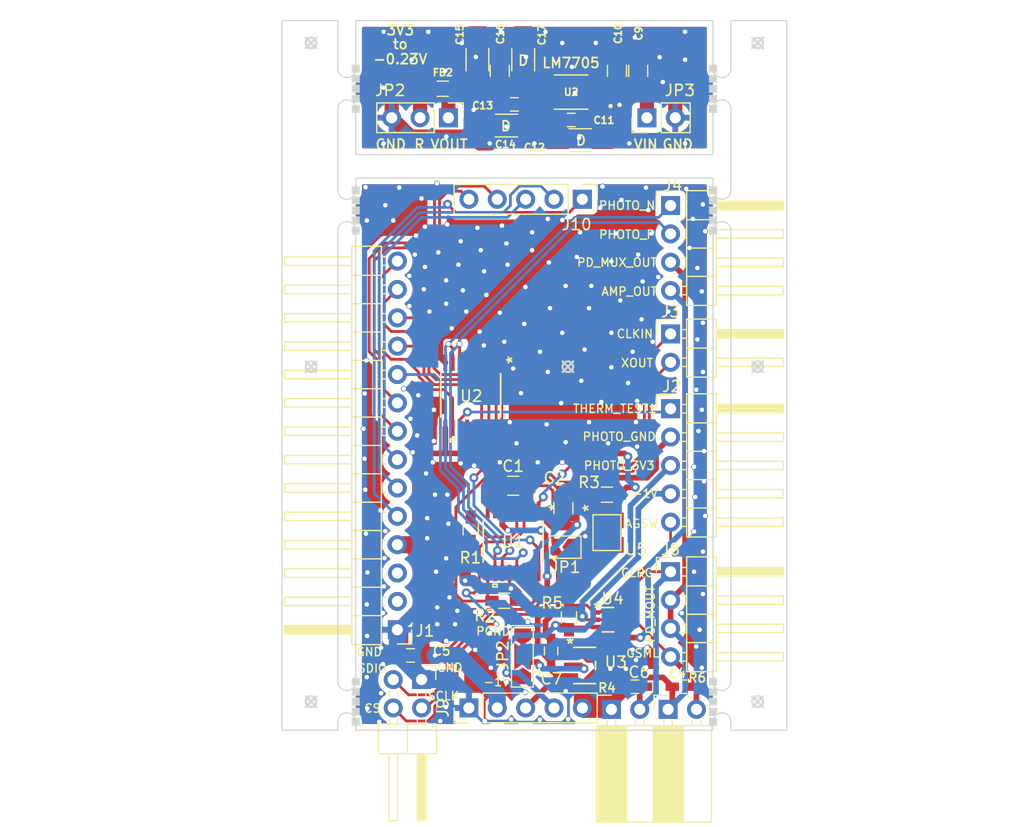
<source format=kicad_pcb>
(kicad_pcb (version 20171130) (host pcbnew "(5.1.6-0-10_14)")
  (layers (0 F.Cu signal) (31 B.Cu signal) (34 B.Paste user) (35 F.Paste user) (36 B.SilkS user) (37 F.SilkS user) (38 B.Mask user) (39 F.Mask user) (44 Edge.Cuts user))
  (net 0 "")
  (net 1 GND)
  (net 2 "Net-(C1-Pad1)")
  (net 3 "Net-(C2-Pad1)")
  (net 4 PD_MUX_OUT)
  (net 5 VCC_LOGIC)
  (net 6 /AMP_OUT)
  (net 7 THERM_WELL)
  (net 8 I2C_SDA)
  (net 9 I2C_SCL)
  (net 10 ADC_DRDY)
  (net 11 PD_REF_PWM)
  (net 12 PD_MUX_GPIO1)
  (net 13 PD_MUX_GPIO2)
  (net 14 PD_MUX_GPIO3)
  (net 15 PD_MUX_GPIO4)
  (net 16 PD_MUX_GPIO5)
  (net 17 THERM_TEST1)
  (net 18 /AMP_GAIN_SW)
  (net 19 DEMOD_SPI_CS)
  (net 20 DEMOD_SPI_SDIO)
  (net 21 DEMOD_SPI_SCLK)
  (net 22 "Net-(R1-Pad1)")
  (net 23 "Net-(R3-Pad1)")
  (net 24 PHOTO_GND)
  (net 25 /GAIN_SMALL)
  (net 26 /GAIN_LARGE)
  (net 27 -1V)
  (net 28 PHOTO_3V3)
  (net 29 XOUT)
  (net 30 CLKIN)
  (net 31 /PHOTO_OUT_P)
  (net 32 /PHOTO_OUT_N)
  (net 33 "Net-(JP1-Pad1)")
  (net 34 "Net-(JP2-Pad2)")
  (net 35 "Net-(C11-Pad2)")
  (net 36 "Net-(C11-Pad1)")
  (net 37 "Net-(C13-Pad2)")
  (net 38 "Net-(C15-Pad2)")
  (net 39 "Net-(FB2-Pad1)")
  (net 40 "Net-(C10-Pad2)")
  (module Ninja-qPCR:LM7705MMX-NOPB (layer F.Cu) (at 119.3 71.4 180)
    (fp_text reference U2 (at 0 0) (layer F.SilkS) (effects (font (size 0.64 0.64))))
    (fp_text value LM7705MMX_NOPB hide)
    (pad 1 smd rect (at -2.15 -0.975 180) (size 1.47 0.4) (layers F.Cu F.Paste F.Mask) (net 35 "Net-(C11-Pad2)"))
    (pad 2 smd rect (at -2.15 -0.325 180) (size 1.47 0.4) (layers F.Cu F.Paste F.Mask) (net 1 GND))
    (pad 3 smd rect (at -2.15 0.325 180) (size 1.47 0.4) (layers F.Cu F.Paste F.Mask) (net 1 GND))
    (pad 4 smd rect (at -2.15 0.975 180) (size 1.47 0.4) (layers F.Cu F.Paste F.Mask) (net 40 "Net-(C10-Pad2)"))
    (pad 5 smd rect (at 2.15 0.975 180) (size 1.47 0.4) (layers F.Cu F.Paste F.Mask) (net 1 GND))
    (pad 6 smd rect (at 2.15 0.325 180) (size 1.47 0.4) (layers F.Cu F.Paste F.Mask) (net 38 "Net-(C15-Pad2)"))
    (pad 7 smd rect (at 2.15 -0.325 180) (size 1.47 0.4) (layers F.Cu F.Paste F.Mask) (net 37 "Net-(C13-Pad2)"))
    (pad 8 smd rect (at 2.15 -0.975 180) (size 1.47 0.4) (layers F.Cu F.Paste F.Mask) (net 36 "Net-(C11-Pad1)"))
  )
  (module Capacitors_SMD:C_0805_HandSoldering (layer F.Cu) (at 125.3 69.5 270)
    (fp_text reference C9 (at -3.35 -0.05 90) (layer F.SilkS) (effects (font (size 0.635 0.635))))
    (fp_text value 10uF)
    (pad 1 smd rect (at -1.25 0 270) (size 1.5 1.25) (layers F.Cu F.Paste F.Mask) (net 1 GND))
    (pad 2 smd rect (at 1.25 0 270) (size 1.5 1.25) (layers F.Cu F.Paste F.Mask) (net 40 "Net-(C10-Pad2)"))
  )
  (module Capacitors_SMD:C_0805_HandSoldering (layer F.Cu) (at 123.4 69.5 270)
    (fp_text reference C10 (at -3.35 -0.1 90) (layer F.SilkS) (effects (font (size 0.635 0.635))))
    (fp_text value 10uF)
    (pad 2 smd rect (at 1.25 0 270) (size 1.5 1.25) (layers F.Cu F.Paste F.Mask) (net 40 "Net-(C10-Pad2)"))
    (pad 1 smd rect (at -1.25 0 270) (size 1.5 1.25) (layers F.Cu F.Paste F.Mask) (net 1 GND))
  )
  (module Capacitors_SMD:C_0603_HandSoldering (layer F.Cu) (at 119.3 73.9)
    (fp_text reference C11 (at 2.93 0.02) (layer F.SilkS) (effects (font (size 0.635 0.635))))
    (fp_text value 4.7uF)
    (pad 1 smd rect (at -0.95 0) (size 1.2 0.75) (layers F.Cu F.Paste F.Mask) (net 36 "Net-(C11-Pad1)"))
    (pad 2 smd rect (at 0.95 0) (size 1.2 0.75) (layers F.Cu F.Paste F.Mask) (net 35 "Net-(C11-Pad2)"))
  )
  (module Capacitors_SMD:C_1206_HandSoldering (layer F.Cu) (at 120.1 75.7)
    (fp_text reference C12 (at -4.09 0.65) (layer F.SilkS) (effects (font (size 0.635 0.635))))
    (fp_text value DNP)
    (pad 1 smd rect (at -2 0) (size 2 1.6) (layers F.Cu F.Paste F.Mask) (net 36 "Net-(C11-Pad1)"))
    (pad 2 smd rect (at 2 0) (size 2 1.6) (layers F.Cu F.Paste F.Mask) (net 35 "Net-(C11-Pad2)"))
  )
  (module Capacitors_SMD:C_0603_HandSoldering (layer F.Cu) (at 114.2 72.5)
    (fp_text reference C13 (at -2.83 0.11) (layer F.SilkS) (effects (font (size 0.635 0.635))))
    (fp_text value 4.7uF)
    (pad 2 smd rect (at 0.95 0) (size 1.2 0.75) (layers F.Cu F.Paste F.Mask) (net 37 "Net-(C13-Pad2)"))
    (pad 1 smd rect (at -0.95 0) (size 1.2 0.75) (layers F.Cu F.Paste F.Mask) (net 1 GND))
  )
  (module Capacitors_SMD:C_1206_HandSoldering (layer F.Cu) (at 113.5 74.4)
    (fp_text reference C14 (at -0.09 1.68) (layer F.SilkS) (effects (font (size 0.635 0.635))))
    (fp_text value DNP)
    (pad 2 smd rect (at 2 0) (size 2 1.6) (layers F.Cu F.Paste F.Mask) (net 37 "Net-(C13-Pad2)"))
    (pad 1 smd rect (at -2 0) (size 2 1.6) (layers F.Cu F.Paste F.Mask) (net 1 GND))
  )
  (module Capacitors_SMD:C_1206_HandSoldering (layer F.Cu) (at 110.9 68.5 270)
    (fp_text reference C15 (at -2.25 1.58 90) (layer F.SilkS) (effects (font (size 0.635 0.635))))
    (fp_text value 470nF)
    (pad 1 smd rect (at -2 0 270) (size 2 1.6) (layers F.Cu F.Paste F.Mask) (net 1 GND))
    (pad 2 smd rect (at 2 0 270) (size 2 1.6) (layers F.Cu F.Paste F.Mask) (net 38 "Net-(C15-Pad2)"))
  )
  (module Capacitors_SMD:C_0805_HandSoldering (layer F.Cu) (at 112.9 69.5 270)
    (fp_text reference C16 (at -3.31 -0.06 90) (layer F.SilkS) (effects (font (size 0.635 0.635))))
    (fp_text value 22uF)
    (pad 1 smd rect (at -1.25 0 270) (size 1.5 1.25) (layers F.Cu F.Paste F.Mask) (net 1 GND))
    (pad 2 smd rect (at 1.25 0 270) (size 1.5 1.25) (layers F.Cu F.Paste F.Mask) (net 38 "Net-(C15-Pad2)"))
  )
  (module Capacitors_SMD:C_1206_HandSoldering (layer F.Cu) (at 115 68.5 270)
    (fp_text reference C17 (at -2.22 -1.67 90) (layer F.SilkS) (effects (font (size 0.635 0.635))))
    (fp_text value DNP)
    (pad 2 smd rect (at 2 0 270) (size 2 1.6) (layers F.Cu F.Paste F.Mask) (net 38 "Net-(C15-Pad2)"))
    (pad 1 smd rect (at -2 0 270) (size 2 1.6) (layers F.Cu F.Paste F.Mask) (net 1 GND))
  )
  (module Resistors_SMD:R_0603_HandSoldering (layer F.Cu) (at 107.8 71.1)
    (fp_text reference FB2 (at 0 -1.45) (layer F.SilkS) (effects (font (size 0.635 0.635))))
    (fp_text value 120@100MHz)
    (pad 1 smd rect (at -1.1 0) (size 1.2 0.9) (layers F.Cu F.Paste F.Mask) (net 39 "Net-(FB2-Pad1)"))
    (pad 2 smd rect (at 1.1 0) (size 1.2 0.9) (layers F.Cu F.Paste F.Mask) (net 38 "Net-(C15-Pad2)"))
  )
  (module Pin_Headers:Pin_Header_Straight_1x03_Pitch2.54mm (layer F.Cu) (at 108.3 73.7 270)
    (fp_text reference JP2 (at -2.45 5.22 180) (layer F.SilkS))
    (fp_text value Conn_01x03_Male)
    (pad 3 thru_hole oval (at 0 5.08 270) (size 1.7 1.7) (drill 1) (layers *.Cu *.Mask) (net 1 GND))
    (pad 2 thru_hole oval (at 0 2.54 270) (size 1.7 1.7) (drill 1) (layers *.Cu *.Mask) (net 39 "Net-(FB2-Pad1)"))
    (pad 1 thru_hole rect (at 0 0 270) (size 1.7 1.7) (drill 1) (layers *.Cu *.Mask) (net 38 "Net-(C15-Pad2)"))
  )
  (module Pin_Headers:Pin_Header_Straight_1x02_Pitch2.54mm (layer F.Cu) (at 126.08 73.7 90)
    (fp_text reference JP3 (at 2.45 2.95 180) (layer F.SilkS))
    (fp_text value Conn_01x02_Male)
    (pad 1 thru_hole rect (at 0 0 90) (size 1.7 1.7) (drill 1) (layers *.Cu *.Mask) (net 40 "Net-(C10-Pad2)"))
    (pad 2 thru_hole oval (at 0 2.54 90) (size 1.7 1.7) (drill 1) (layers *.Cu *.Mask) (net 1 GND))
  )
  (module Ninja-qPCR:ADS1219IPWR (layer F.Cu) (at 110.3 98.56 270)
    (fp_text reference U2 (at 0.07 -0.05 180) (layer F.SilkS))
    (fp_text value ADS1219IPWR hide)
    (fp_text user * (at -3.175 -3.773601 90) (layer F.SilkS))
    (fp_text user * (at -3.175 -3.773601 90) (layer F.SilkS))
    (pad 16 smd rect (at 2.921 -2.274999 270) (size 1.4732 0.3556) (layers F.Cu F.Paste F.Mask) (net 9 I2C_SCL))
    (pad 15 smd rect (at 2.921 -1.624998 270) (size 1.4732 0.3556) (layers F.Cu F.Paste F.Mask) (net 8 I2C_SDA))
    (pad 14 smd rect (at 2.921 -0.974999 270) (size 1.4732 0.3556) (layers F.Cu F.Paste F.Mask) (net 10 ADC_DRDY))
    (pad 13 smd rect (at 2.921 -0.324998 270) (size 1.4732 0.3556) (layers F.Cu F.Paste F.Mask) (net 5 VCC_LOGIC))
    (pad 12 smd rect (at 2.921 0.325001 270) (size 1.4732 0.3556) (layers F.Cu F.Paste F.Mask) (net 5 VCC_LOGIC))
    (pad 11 smd rect (at 2.921 0.974999 270) (size 1.4732 0.3556) (layers F.Cu F.Paste F.Mask) (net 17 THERM_TEST1))
    (pad 10 smd rect (at 2.921 1.625001 270) (size 1.4732 0.3556) (layers F.Cu F.Paste F.Mask) (net 7 THERM_WELL))
    (pad 9 smd rect (at 2.921 2.274999 270) (size 1.4732 0.3556) (layers F.Cu F.Paste F.Mask) (net 5 VCC_LOGIC))
    (pad 8 smd rect (at -2.921 2.274999 270) (size 1.4732 0.3556) (layers F.Cu F.Paste F.Mask) (net 1 GND))
    (pad 7 smd rect (at -2.921 1.624998 270) (size 1.4732 0.3556) (layers F.Cu F.Paste F.Mask) (net 32 /PHOTO_OUT_N))
    (pad 6 smd rect (at -2.921 0.974999 270) (size 1.4732 0.3556) (layers F.Cu F.Paste F.Mask) (net 31 /PHOTO_OUT_P))
    (pad 5 smd rect (at -2.921 0.324998 270) (size 1.4732 0.3556) (layers F.Cu F.Paste F.Mask) (net 1 GND))
    (pad 4 smd rect (at -2.921 -0.325001 270) (size 1.4732 0.3556) (layers F.Cu F.Paste F.Mask) (net 1 GND))
    (pad 3 smd rect (at -2.921 -0.974999 270) (size 1.4732 0.3556) (layers F.Cu F.Paste F.Mask) (net 5 VCC_LOGIC))
    (pad 2 smd rect (at -2.921 -1.625001 270) (size 1.4732 0.3556) (layers F.Cu F.Paste F.Mask) (net 1 GND))
    (pad 1 smd rect (at -2.921 -2.274999 270) (size 1.4732 0.3556) (layers F.Cu F.Paste F.Mask) (net 1 GND))
  )
  (module Capacitors_SMD:C_0805_HandSoldering (layer F.Cu) (at 114.1 106.66)
    (fp_text reference C1 (at 0 -1.75) (layer F.SilkS))
    (fp_text value 1uF)
    (pad 2 smd rect (at 1.25 0) (size 1.5 1.25) (layers F.Cu F.Paste F.Mask) (net 24 PHOTO_GND))
    (pad 1 smd rect (at -1.25 0) (size 1.5 1.25) (layers F.Cu F.Paste F.Mask) (net 2 "Net-(C1-Pad1)"))
  )
  (module Capacitors_SMD:C_0603_HandSoldering (layer F.Cu) (at 129.3 124.66 180)
    (fp_text reference C4 (at 0.5 1.2) (layer F.SilkS) (effects (font (size 0.8 0.8))))
    (fp_text value 22pF)
    (pad 1 smd rect (at -0.95 0 180) (size 1.2 0.75) (layers F.Cu F.Paste F.Mask) (net 25 /GAIN_SMALL))
    (pad 2 smd rect (at 0.95 0 180) (size 1.2 0.75) (layers F.Cu F.Paste F.Mask) (net 4 PD_MUX_OUT))
  )
  (module Capacitors_SMD:C_0603_HandSoldering (layer F.Cu) (at 104.9 121.86 180)
    (fp_text reference C5 (at -2.8 0.4) (layer F.SilkS) (effects (font (size 0.8 0.8))))
    (fp_text value 0.1uF)
    (pad 2 smd rect (at 0.95 0 180) (size 1.2 0.75) (layers F.Cu F.Paste F.Mask) (net 1 GND))
    (pad 1 smd rect (at -0.95 0 180) (size 1.2 0.75) (layers F.Cu F.Paste F.Mask) (net 5 VCC_LOGIC))
  )
  (module Capacitors_SMD:C_0603_HandSoldering (layer F.Cu) (at 125 124.66 180)
    (fp_text reference C6 (at -0.4 1.3) (layer F.SilkS))
    (fp_text value 22pF)
    (pad 1 smd rect (at -0.95 0 180) (size 1.2 0.75) (layers F.Cu F.Paste F.Mask) (net 26 /GAIN_LARGE))
    (pad 2 smd rect (at 0.95 0 180) (size 1.2 0.75) (layers F.Cu F.Paste F.Mask) (net 4 PD_MUX_OUT))
  )
  (module Capacitors_SMD:C_0603_HandSoldering (layer F.Cu) (at 117.5 121.46 90)
    (fp_text reference C7 (at -2.49 0.03 180) (layer F.SilkS))
    (fp_text value 0.1uF)
    (pad 2 smd rect (at 0.95 0 90) (size 1.2 0.75) (layers F.Cu F.Paste F.Mask) (net 6 /AMP_OUT))
    (pad 1 smd rect (at -0.95 0 90) (size 1.2 0.75) (layers F.Cu F.Paste F.Mask) (net 24 PHOTO_GND))
  )
  (module Resistors_SMD:R_0603_HandSoldering (layer F.Cu) (at 110.3 110.56 270)
    (fp_text reference R1 (at 2.55 0.03 180) (layer F.SilkS))
    (fp_text value 10K)
    (pad 2 smd rect (at 1.1 0 270) (size 1.2 0.9) (layers F.Cu F.Paste F.Mask) (net 28 PHOTO_3V3))
    (pad 1 smd rect (at -1.1 0 270) (size 1.2 0.9) (layers F.Cu F.Paste F.Mask) (net 22 "Net-(R1-Pad1)"))
  )
  (module Resistors_SMD:R_0603_HandSoldering (layer F.Cu) (at 113.3 116.96)
    (fp_text reference R2 (at -1.72 1.32) (layer F.SilkS))
    (fp_text value 10K)
    (pad 1 smd rect (at -1.1 0) (size 1.2 0.9) (layers F.Cu F.Paste F.Mask) (net 3 "Net-(C2-Pad1)"))
    (pad 2 smd rect (at 1.1 0) (size 1.2 0.9) (layers F.Cu F.Paste F.Mask) (net 28 PHOTO_3V3))
  )
  (module Resistors_SMD:R_0603_HandSoldering (layer F.Cu) (at 122.5 107.46)
    (fp_text reference R3 (at -1.6 -1.1) (layer F.SilkS))
    (fp_text value 10K)
    (pad 2 smd rect (at 1.1 0) (size 1.2 0.9) (layers F.Cu F.Paste F.Mask) (net 5 VCC_LOGIC))
    (pad 1 smd rect (at -1.1 0) (size 1.2 0.9) (layers F.Cu F.Paste F.Mask) (net 23 "Net-(R3-Pad1)"))
  )
  (module Ninja-qPCR:ADA2200ARUZ (layer F.Cu) (at 114.1 111.66 270)
    (fp_text reference U1 (at 0.02 0 180) (layer F.SilkS))
    (fp_text value ADA2200ARUZ hide)
    (fp_text user * (at -3.0734 -3.773601 90) (layer F.SilkS))
    (fp_text user * (at -3.0734 -3.773601 90) (layer F.SilkS))
    (pad 16 smd rect (at 2.8194 -2.274999 270) (size 1.4732 0.3556) (layers F.Cu F.Paste F.Mask) (net 29 XOUT))
    (pad 15 smd rect (at 2.8194 -1.624998 270) (size 1.4732 0.3556) (layers F.Cu F.Paste F.Mask) (net 21 DEMOD_SPI_SCLK))
    (pad 14 smd rect (at 2.8194 -0.974999 270) (size 1.4732 0.3556) (layers F.Cu F.Paste F.Mask) (net 20 DEMOD_SPI_SDIO))
    (pad 13 smd rect (at 2.8194 -0.324998 270) (size 1.4732 0.3556) (layers F.Cu F.Paste F.Mask) (net 11 PD_REF_PWM))
    (pad 12 smd rect (at 2.8194 0.325001 270) (size 1.4732 0.3556) (layers F.Cu F.Paste F.Mask) (net 28 PHOTO_3V3))
    (pad 11 smd rect (at 2.8194 0.974999 270) (size 1.4732 0.3556) (layers F.Cu F.Paste F.Mask) (net 31 /PHOTO_OUT_P))
    (pad 10 smd rect (at 2.8194 1.625001 270) (size 1.4732 0.3556) (layers F.Cu F.Paste F.Mask) (net 32 /PHOTO_OUT_N))
    (pad 9 smd rect (at 2.8194 2.274999 270) (size 1.4732 0.3556) (layers F.Cu F.Paste F.Mask) (net 3 "Net-(C2-Pad1)"))
    (pad 8 smd rect (at -2.8194 2.274999 270) (size 1.4732 0.3556) (layers F.Cu F.Paste F.Mask) (net 2 "Net-(C1-Pad1)"))
    (pad 7 smd rect (at -2.8194 1.624998 270) (size 1.4732 0.3556) (layers F.Cu F.Paste F.Mask) (net 24 PHOTO_GND))
    (pad 6 smd rect (at -2.8194 0.974999 270) (size 1.4732 0.3556) (layers F.Cu F.Paste F.Mask) (net 6 /AMP_OUT))
    (pad 5 smd rect (at -2.8194 0.324998 270) (size 1.4732 0.3556) (layers F.Cu F.Paste F.Mask) (net 24 PHOTO_GND))
    (pad 4 smd rect (at -2.8194 -0.325001 270) (size 1.4732 0.3556) (layers F.Cu F.Paste F.Mask) (net 22 "Net-(R1-Pad1)"))
    (pad 3 smd rect (at -2.8194 -0.974999 270) (size 1.4732 0.3556) (layers F.Cu F.Paste F.Mask) (net 19 DEMOD_SPI_CS))
    (pad 2 smd rect (at -2.8194 -1.625001 270) (size 1.4732 0.3556) (layers F.Cu F.Paste F.Mask))
    (pad 1 smd rect (at -2.8194 -2.274999 270) (size 1.4732 0.3556) (layers F.Cu F.Paste F.Mask) (net 30 CLKIN))
  )
  (module Pin_Headers:Pin_Header_Angled_1x14_Pitch2.54mm (layer F.Cu) (at 103.73 119.56 180)
    (fp_text reference J1 (at -2.47 -0.1) (layer F.SilkS))
    (fp_text value Conn_01x14_Male)
    (pad 14 thru_hole oval (at 0 33.02 180) (size 1.7 1.7) (drill 1) (layers *.Cu *.Mask) (net 7 THERM_WELL))
    (pad 13 thru_hole oval (at 0 30.48 180) (size 1.7 1.7) (drill 1) (layers *.Cu *.Mask) (net 8 I2C_SDA))
    (pad 12 thru_hole oval (at 0 27.94 180) (size 1.7 1.7) (drill 1) (layers *.Cu *.Mask) (net 9 I2C_SCL))
    (pad 11 thru_hole oval (at 0 25.4 180) (size 1.7 1.7) (drill 1) (layers *.Cu *.Mask) (net 10 ADC_DRDY))
    (pad 10 thru_hole oval (at 0 22.86 180) (size 1.7 1.7) (drill 1) (layers *.Cu *.Mask) (net 11 PD_REF_PWM))
    (pad 9 thru_hole oval (at 0 20.32 180) (size 1.7 1.7) (drill 1) (layers *.Cu *.Mask) (net 12 PD_MUX_GPIO1))
    (pad 8 thru_hole oval (at 0 17.78 180) (size 1.7 1.7) (drill 1) (layers *.Cu *.Mask) (net 13 PD_MUX_GPIO2))
    (pad 7 thru_hole oval (at 0 15.24 180) (size 1.7 1.7) (drill 1) (layers *.Cu *.Mask) (net 14 PD_MUX_GPIO3))
    (pad 6 thru_hole oval (at 0 12.7 180) (size 1.7 1.7) (drill 1) (layers *.Cu *.Mask) (net 15 PD_MUX_GPIO4))
    (pad 5 thru_hole oval (at 0 10.16 180) (size 1.7 1.7) (drill 1) (layers *.Cu *.Mask) (net 16 PD_MUX_GPIO5))
    (pad 4 thru_hole oval (at 0 7.62 180) (size 1.7 1.7) (drill 1) (layers *.Cu *.Mask) (net 5 VCC_LOGIC))
    (pad 3 thru_hole oval (at 0 5.08 180) (size 1.7 1.7) (drill 1) (layers *.Cu *.Mask))
    (pad 2 thru_hole oval (at 0 2.54 180) (size 1.7 1.7) (drill 1) (layers *.Cu *.Mask))
    (pad 1 thru_hole rect (at 0 0 180) (size 1.7 1.7) (drill 1) (layers *.Cu *.Mask) (net 1 GND))
  )
  (module Socket_Strips:Socket_Strip_Angled_1x02_Pitch2.54mm (layer F.Cu) (at 127.98 126.69 90)
    (fp_text reference R6 (at 2.82 2.61 180) (layer F.SilkS) (effects (font (size 0.8 0.8))))
    (fp_text value R)
    (pad 1 thru_hole rect (at 0 0 90) (size 1.7 1.7) (drill 1) (layers *.Cu *.Mask) (net 4 PD_MUX_OUT))
    (pad 2 thru_hole oval (at 0 2.54 90) (size 1.7 1.7) (drill 1) (layers *.Cu *.Mask) (net 25 /GAIN_SMALL))
  )
  (module Pin_Headers:Pin_Header_Angled_2x02_Pitch2.54mm (layer F.Cu) (at 105.9 124.02 270)
    (fp_text reference JSPI1 hide)
    (fp_text value Conn_01x04_Male)
    (pad 4 thru_hole oval (at 2.54 2.54 270) (size 1.7 1.7) (drill 1) (layers *.Cu *.Mask) (net 19 DEMOD_SPI_CS))
    (pad 3 thru_hole oval (at 0 2.54 270) (size 1.7 1.7) (drill 1) (layers *.Cu *.Mask) (net 20 DEMOD_SPI_SDIO))
    (pad 2 thru_hole oval (at 2.54 0 270) (size 1.7 1.7) (drill 1) (layers *.Cu *.Mask) (net 21 DEMOD_SPI_SCLK))
    (pad 1 thru_hole rect (at 0 0 270) (size 1.7 1.7) (drill 1) (layers *.Cu *.Mask) (net 1 GND))
  )
  (module Capacitors_SMD:C_0805_HandSoldering (layer F.Cu) (at 118.6 108.66 270)
    (fp_text reference C2 (at -2.7 0.8 180) (layer F.SilkS))
    (fp_text value 10uF)
    (pad 2 smd rect (at 1.25 0 270) (size 1.5 1.25) (layers F.Cu F.Paste F.Mask) (net 24 PHOTO_GND))
    (pad 1 smd rect (at -1.25 0 270) (size 1.5 1.25) (layers F.Cu F.Paste F.Mask) (net 3 "Net-(C2-Pad1)"))
  )
  (module Pin_Headers:Pin_Header_Angled_1x05_Pitch2.54mm (layer F.Cu) (at 128.2 99.76)
    (fp_text reference J2 (at 0.1 -2) (layer F.SilkS))
    (fp_text value Conn_01x05_Male)
    (pad 5 thru_hole oval (at 0 10.16) (size 1.7 1.7) (drill 1) (layers *.Cu *.Mask) (net 18 /AMP_GAIN_SW))
    (pad 4 thru_hole oval (at 0 7.62) (size 1.7 1.7) (drill 1) (layers *.Cu *.Mask) (net 27 -1V))
    (pad 3 thru_hole oval (at 0 5.08) (size 1.7 1.7) (drill 1) (layers *.Cu *.Mask) (net 28 PHOTO_3V3))
    (pad 2 thru_hole oval (at 0 2.54) (size 1.7 1.7) (drill 1) (layers *.Cu *.Mask) (net 24 PHOTO_GND))
    (pad 1 thru_hole rect (at 0 0) (size 1.7 1.7) (drill 1) (layers *.Cu *.Mask) (net 17 THERM_TEST1))
  )
  (module Pin_Headers:Pin_Header_Angled_1x02_Pitch2.54mm (layer F.Cu) (at 128.2 93.06)
    (fp_text reference J3 (at 0 -2) (layer F.SilkS))
    (fp_text value Conn_01x02_Male)
    (pad 2 thru_hole oval (at 0 2.54) (size 1.7 1.7) (drill 1) (layers *.Cu *.Mask) (net 29 XOUT))
    (pad 1 thru_hole rect (at 0 0) (size 1.7 1.7) (drill 1) (layers *.Cu *.Mask) (net 30 CLKIN))
  )
  (module Pin_Headers:Pin_Header_Angled_1x04_Pitch2.54mm (layer F.Cu) (at 128.2 114.36)
    (fp_text reference J8 (at 0 -2) (layer F.SilkS))
    (fp_text value Conn_01x04_Male)
    (pad 4 thru_hole oval (at 0 7.62) (size 1.7 1.7) (drill 1) (layers *.Cu *.Mask) (net 25 /GAIN_SMALL))
    (pad 3 thru_hole oval (at 0 5.08) (size 1.7 1.7) (drill 1) (layers *.Cu *.Mask) (net 4 PD_MUX_OUT))
    (pad 2 thru_hole oval (at 0 2.54) (size 1.7 1.7) (drill 1) (layers *.Cu *.Mask) (net 4 PD_MUX_OUT))
    (pad 1 thru_hole rect (at 0 0) (size 1.7 1.7) (drill 1) (layers *.Cu *.Mask) (net 26 /GAIN_LARGE))
  )
  (module Pin_Headers:Pin_Header_Straight_1x05_Pitch2.54mm (layer F.Cu) (at 110.138 126.56 90)
    (fp_text reference J9 (at 0 -2.33 90) (layer F.SilkS))
    (fp_text value Conn_01x05_Female)
    (pad 5 thru_hole oval (at 0 10.16 90) (size 1.7 1.7) (drill 1) (layers *.Cu *.Mask) (net 4 PD_MUX_OUT))
    (pad 4 thru_hole oval (at 0 7.62 90) (size 1.7 1.7) (drill 1) (layers *.Cu *.Mask) (net 27 -1V))
    (pad 3 thru_hole oval (at 0 5.08 90) (size 1.7 1.7) (drill 1) (layers *.Cu *.Mask) (net 24 PHOTO_GND))
    (pad 2 thru_hole oval (at 0 2.54 90) (size 1.7 1.7) (drill 1) (layers *.Cu *.Mask) (net 5 VCC_LOGIC))
    (pad 1 thru_hole rect (at 0 0 90) (size 1.7 1.7) (drill 1) (layers *.Cu *.Mask) (net 1 GND))
  )
  (module Pin_Headers:Pin_Header_Straight_1x05_Pitch2.54mm (layer F.Cu) (at 120.298 81 270)
    (fp_text reference J10 (at 2.26 0.498 180) (layer F.SilkS))
    (fp_text value Conn_01x05_Female)
    (pad 1 thru_hole rect (at 0 0 270) (size 1.7 1.7) (drill 1) (layers *.Cu *.Mask) (net 16 PD_MUX_GPIO5))
    (pad 2 thru_hole oval (at 0 2.54 270) (size 1.7 1.7) (drill 1) (layers *.Cu *.Mask) (net 15 PD_MUX_GPIO4))
    (pad 3 thru_hole oval (at 0 5.08 270) (size 1.7 1.7) (drill 1) (layers *.Cu *.Mask) (net 14 PD_MUX_GPIO3))
    (pad 4 thru_hole oval (at 0 7.62 270) (size 1.7 1.7) (drill 1) (layers *.Cu *.Mask) (net 13 PD_MUX_GPIO2))
    (pad 5 thru_hole oval (at 0 10.16 270) (size 1.7 1.7) (drill 1) (layers *.Cu *.Mask) (net 12 PD_MUX_GPIO1))
  )
  (module Socket_Strips:Socket_Strip_Angled_1x02_Pitch2.54mm (layer F.Cu) (at 122.9 126.69 90)
    (fp_text reference R4 (at 1.93 -0.4 180) (layer F.SilkS) (effects (font (size 0.8 0.8))))
    (fp_text value R)
    (pad 1 thru_hole rect (at 0 0 90) (size 1.7 1.7) (drill 1) (layers *.Cu *.Mask) (net 4 PD_MUX_OUT))
    (pad 2 thru_hole oval (at 0 2.54 90) (size 1.7 1.7) (drill 1) (layers *.Cu *.Mask) (net 26 /GAIN_LARGE))
  )
  (module Ninja-qPCR:AD8605ARTZ-R2 (layer F.Cu) (at 120.5 122.76)
    (fp_text reference U3 (at 2.8 -0.3) (layer F.SilkS))
    (fp_text value AD8605ARTZ-R2 hide)
    (fp_text user * (at -1.3 -1.9) (layer F.SilkS))
    (fp_text user * (at -1.3 -1.9) (layer F.SilkS))
    (pad 5 smd rect (at 1.2192 -0.950001) (size 1.27 0.508) (layers F.Cu F.Paste F.Mask) (net 28 PHOTO_3V3))
    (pad 4 smd rect (at 1.2192 0.950001) (size 1.27 0.508) (layers F.Cu F.Paste F.Mask) (net 4 PD_MUX_OUT))
    (pad 3 smd rect (at -1.2192 0.950001) (size 1.27 0.508) (layers F.Cu F.Paste F.Mask) (net 24 PHOTO_GND))
    (pad 2 smd rect (at -1.2192 0) (size 1.27 0.508) (layers F.Cu F.Paste F.Mask) (net 34 "Net-(JP2-Pad2)"))
    (pad 1 smd rect (at -1.2192 -0.950001) (size 1.27 0.508) (layers F.Cu F.Paste F.Mask) (net 6 /AMP_OUT))
  )
  (module Ninja-qPCR:TS5A9411DCKR (layer F.Cu) (at 122.6 118.66)
    (fp_text reference U4 (at 0.4 -1.9) (layer F.SilkS))
    (fp_text value TS5A9411DCKR hide)
    (fp_text user * (at -1 -1) (layer F.SilkS))
    (pad 1 smd rect (at -1.124999 -0.650001 90) (size 0.399999 0.850001) (layers F.Cu F.Paste F.Mask) (net 18 /AMP_GAIN_SW))
    (pad 2 smd rect (at -1.124999 0 90) (size 0.399999 0.850001) (layers F.Cu F.Paste F.Mask) (net 28 PHOTO_3V3))
    (pad 3 smd rect (at -1.124999 0.649999 90) (size 0.399999 0.850001) (layers F.Cu F.Paste F.Mask) (net 27 -1V))
    (pad 4 smd rect (at 1.125002 0.649999 90) (size 0.399999 0.850001) (layers F.Cu F.Paste F.Mask) (net 26 /GAIN_LARGE))
    (pad 5 smd rect (at 1.125002 0 90) (size 0.399999 0.850001) (layers F.Cu F.Paste F.Mask) (net 6 /AMP_OUT))
    (pad 6 smd rect (at 1.125002 -0.650001 90) (size 0.399999 0.850001) (layers F.Cu F.Paste F.Mask) (net 25 /GAIN_SMALL))
  )
  (module Ninja-qPCR:COM1305-0.032768-EXT-T-TR (layer F.Cu) (at 122.5 110.86 270)
    (fp_text reference U5 (at 1.5 -2.6 180) (layer F.SilkS))
    (fp_text value COM1305-0.032768-EXT-T-TR)
    (fp_text user * (at -2.2 1.6 90) (layer F.SilkS))
    (pad 1 smd rect (at -1.1 0.8 270) (size 1.4 1.4) (layers F.Cu F.Paste F.Mask) (net 23 "Net-(R3-Pad1)"))
    (pad 2 smd rect (at 1.1 0.8 270) (size 1.4 1.4) (layers F.Cu F.Paste F.Mask) (net 1 GND))
    (pad 3 smd rect (at 1.1 -0.8 270) (size 1.4 1.4) (layers F.Cu F.Paste F.Mask) (net 33 "Net-(JP1-Pad1)"))
    (pad 4 smd rect (at -1.1 -0.8 270) (size 1.4 1.4) (layers F.Cu F.Paste F.Mask) (net 5 VCC_LOGIC))
  )
  (module Jumper:SolderJumper-2_P1.3mm_Open_TrianglePad1.0x1.5mm (layer F.Cu) (at 118.775 112.16 180)
    (fp_text reference JP1 (at 0 -1.8) (layer F.SilkS))
    (fp_text value Jumper)
    (pad 2 smd custom (at 0.725 0 180) (size 0.3 0.3) (layers F.Cu F.Mask) (net 30 CLKIN) (options (clearance outline) (anchor rect)) (primitives (gr_poly (pts (xy -0.65 -0.75) (xy 0.5 -0.75) (xy 0.5 0.75) (xy -0.65 0.75) (xy -0.15 0)) (width 0))))
    (pad 1 smd custom (at -0.725 0 180) (size 0.3 0.3) (layers F.Cu F.Mask) (net 33 "Net-(JP1-Pad1)") (options (clearance outline) (anchor rect)) (primitives (gr_poly (pts (xy -0.5 -0.75) (xy 0.5 -0.75) (xy 1 0) (xy 0.5 0.75) (xy -0.5 0.75)) (width 0))))
  )
  (module Resistors_SMD:R_0603_HandSoldering (layer F.Cu) (at 119.1 118.46 270)
    (fp_text reference R5 (at -1.3 1.5 180) (layer F.SilkS))
    (fp_text value 10K)
    (pad 2 smd rect (at 1.1 0 270) (size 1.2 0.9) (layers F.Cu F.Paste F.Mask) (net 27 -1V))
    (pad 1 smd rect (at -1.1 0 270) (size 1.2 0.9) (layers F.Cu F.Paste F.Mask) (net 18 /AMP_GAIN_SW))
  )
  (module Pin_Headers:Pin_Header_Angled_1x04_Pitch2.54mm (layer F.Cu) (at 128.2 81.56)
    (fp_text reference J4 (at 0.2 -1.8) (layer F.SilkS))
    (fp_text value Conn_01x04_Male)
    (pad 4 thru_hole oval (at 0 7.62) (size 1.7 1.7) (drill 1) (layers *.Cu *.Mask) (net 6 /AMP_OUT))
    (pad 3 thru_hole oval (at 0 5.08) (size 1.7 1.7) (drill 1) (layers *.Cu *.Mask) (net 4 PD_MUX_OUT))
    (pad 2 thru_hole oval (at 0 2.54) (size 1.7 1.7) (drill 1) (layers *.Cu *.Mask) (net 31 /PHOTO_OUT_P))
    (pad 1 thru_hole rect (at 0 0) (size 1.7 1.7) (drill 1) (layers *.Cu *.Mask) (net 32 /PHOTO_OUT_N))
  )
  (module Jumper:SolderJumper-3_P2.0mm_Open_TrianglePad1.0x1.5mm (layer F.Cu) (at 114.95 121.94 90)
    (fp_text reference JP2 (at 0.09 -1.775 90) (layer F.SilkS))
    (fp_text value SolderJumper_3_Open)
    (pad 1 smd custom (at -2 0 90) (size 0.3 0.3) (layers F.Cu F.Mask) (net 27 -1V) (options (clearance outline) (anchor rect)) (primitives (gr_poly (pts (xy -0.5 -0.75) (xy 0.5 -0.75) (xy 1 0) (xy 0.5 0.75) (xy -0.5 0.75)) (width 0))))
    (pad 2 smd custom (at 0 0 90) (size 0.3 0.3) (layers F.Cu) (net 34 "Net-(JP2-Pad2)") (options (clearance outline) (anchor rect)) (primitives (gr_poly (pts (xy -1.2 -0.75) (xy 1.2 -0.75) (xy 0.7 0) (xy 1.2 0.75) (xy -1.2 0.75) (xy -0.7 0)) (width 0))))
    (pad 3 smd custom (at 2 0 270) (size 0.3 0.3) (layers F.Cu F.Mask) (net 24 PHOTO_GND) (options (clearance outline) (anchor rect)) (primitives (gr_poly (pts (xy -0.5 -0.75) (xy 0.5 -0.75) (xy 1 0) (xy 0.5 0.75) (xy -0.5 0.75)) (width 0))))
  )
  (gr_text D (at 113.45 74.45) (layer F.SilkS) (effects (font (size 0.889 0.889) (thickness 0.15875))))
  (gr_text D (at 115 68.58) (layer F.SilkS) (effects (font (size 0.889 0.889) (thickness 0.15875))))
  (gr_text D (at 120.17 75.73) (layer F.SilkS) (effects (font (size 0.889 0.889) (thickness 0.15875))))
  (target x (at 119 96) (size 0.95) (width 0.2) (layer Edge.Cuts))
  (target x (at 136 96) (size 0.95) (width 0.2) (layer Edge.Cuts))
  (target x (at 136 126) (size 0.95) (width 0.2) (layer Edge.Cuts))
  (target x (at 136 67) (size 0.95) (width 0.2) (layer Edge.Cuts))
  (target x (at 96 96) (size 0.95) (width 0.2) (layer Edge.Cuts))
  (target x (at 96 126) (size 0.95) (width 0.2) (layer Edge.Cuts))
  (gr_line (start 132 128.56) (end 100 128.56) (layer Edge.Cuts) (width 0.1))
  (gr_line (start 138.6 128.56) (end 133.6 128.56) (layer Edge.Cuts) (width 0.1))
  (gr_line (start 98.4 127.8) (end 98.4 128.56) (layer Edge.Cuts) (width 0.1))
  (gr_line (start 100 127.8) (end 100 128.56) (layer Edge.Cuts) (width 0.1))
  (gr_line (start 132 127.8) (end 132 128.56) (layer Edge.Cuts) (width 0.1))
  (gr_line (start 133.6 127.8) (end 133.6 128.56) (layer Edge.Cuts) (width 0.1))
  (gr_line (start 132 124.2) (end 132 83.8) (layer Edge.Cuts) (width 0.1))
  (gr_line (start 133.6 83.8) (end 133.6 124.2) (layer Edge.Cuts) (width 0.1))
  (gr_line (start 100 124.2) (end 100 83.8) (layer Edge.Cuts) (width 0.1))
  (gr_line (start 98.4 83.8) (end 98.4 124.2) (layer Edge.Cuts) (width 0.1))
  (gr_line (start 93.4 128.56) (end 98.4 128.56) (layer Edge.Cuts) (width 0.1))
  (gr_line (start 98.4 65) (end 93.4 65) (layer Edge.Cuts) (width 0.1))
  (gr_line (start 98.4 69.3) (end 98.4 65) (layer Edge.Cuts) (width 0.1))
  (gr_line (start 132 79.1) (end 132 80.2) (layer Edge.Cuts) (width 0.1))
  (gr_line (start 100 79.1) (end 132 79.1) (layer Edge.Cuts) (width 0.1))
  (gr_line (start 100 80.2) (end 100 79.1) (layer Edge.Cuts) (width 0.1))
  (gr_line (start 98.4 72.9) (end 98.4 80.2) (layer Edge.Cuts) (width 0.1))
  (gr_line (start 100 77) (end 100 72.9) (layer Edge.Cuts) (width 0.1))
  (gr_line (start 132 77) (end 100 77) (layer Edge.Cuts) (width 0.1))
  (gr_line (start 132 72.9) (end 132 77) (layer Edge.Cuts) (width 0.1))
  (gr_line (start 133.6 80.2) (end 133.6 72.9) (layer Edge.Cuts) (width 0.1))
  (gr_line (start 133.6 65) (end 138.6 65) (layer Edge.Cuts) (width 0.1))
  (gr_line (start 133.6 69.3) (end 133.6 65) (layer Edge.Cuts) (width 0.1))
  (gr_line (start 132 65) (end 132 69.3) (layer Edge.Cuts) (width 0.1))
  (gr_line (start 100 65) (end 132 65) (layer Edge.Cuts) (width 0.1))
  (gr_line (start 100 69.3) (end 100 65) (layer Edge.Cuts) (width 0.1))
  (gr_arc (start 132.8 72.9) (end 133.6 72.9) (angle -180) (layer Edge.Cuts) (width 0.1))
  (target x (at 132 70.2) (size 0.55) (width 0.2) (layer Edge.Cuts))
  (target x (at 132 72.9) (size 0.55) (width 0.2) (layer Edge.Cuts))
  (target x (at 132 69.3) (size 0.55) (width 0.2) (layer Edge.Cuts))
  (target x (at 132 72) (size 0.55) (width 0.2) (layer Edge.Cuts))
  (target x (at 132 71.1) (size 0.55) (width 0.2) (layer Edge.Cuts))
  (gr_arc (start 132.8 69.3) (end 132 69.3) (angle -180) (layer Edge.Cuts) (width 0.1))
  (target x (at 132 83.8) (size 0.55) (width 0.2) (layer Edge.Cuts))
  (gr_arc (start 132.8 83.8) (end 133.6 83.8) (angle -180) (layer Edge.Cuts) (width 0.1))
  (gr_arc (start 132.8 80.2) (end 132 80.2) (angle -180) (layer Edge.Cuts) (width 0.1))
  (target x (at 132 82) (size 0.55) (width 0.2) (layer Edge.Cuts))
  (target x (at 132 81.1) (size 0.55) (width 0.2) (layer Edge.Cuts))
  (target x (at 132 82.9) (size 0.55) (width 0.2) (layer Edge.Cuts))
  (target x (at 132 80.2) (size 0.55) (width 0.2) (layer Edge.Cuts))
  (target x (at 132 127.8) (size 0.55) (width 0.2) (layer Edge.Cuts))
  (gr_arc (start 132.8 127.8) (end 133.6 127.8) (angle -180) (layer Edge.Cuts) (width 0.1))
  (target x (at 132 126.9) (size 0.55) (width 0.2) (layer Edge.Cuts))
  (target x (at 132 126) (size 0.55) (width 0.2) (layer Edge.Cuts))
  (target x (at 132 124.2) (size 0.55) (width 0.2) (layer Edge.Cuts))
  (target x (at 132 125.1) (size 0.55) (width 0.2) (layer Edge.Cuts))
  (gr_arc (start 132.8 124.2) (end 132 124.2) (angle -180) (layer Edge.Cuts) (width 0.1))
  (gr_arc (start 99.2 124.2) (end 98.4 124.2) (angle -180) (layer Edge.Cuts) (width 0.1))
  (target x (at 100 124.2) (size 0.55) (width 0.2) (layer Edge.Cuts))
  (target x (at 100 127.8) (size 0.55) (width 0.2) (layer Edge.Cuts))
  (gr_arc (start 99.2 127.8) (end 100 127.8) (angle -180) (layer Edge.Cuts) (width 0.1))
  (target x (at 100 125.1) (size 0.55) (width 0.2) (layer Edge.Cuts))
  (target x (at 100 126.9) (size 0.55) (width 0.2) (layer Edge.Cuts))
  (target x (at 100 126) (size 0.55) (width 0.2) (layer Edge.Cuts))
  (gr_arc (start 99.2 80.2) (end 98.4 80.2) (angle -180) (layer Edge.Cuts) (width 0.1))
  (target x (at 100 81.1) (size 0.55) (width 0.2) (layer Edge.Cuts))
  (target x (at 100 82.9) (size 0.55) (width 0.2) (layer Edge.Cuts))
  (target x (at 100 83.8) (size 0.55) (width 0.2) (layer Edge.Cuts))
  (target x (at 100 80.2) (size 0.55) (width 0.2) (layer Edge.Cuts))
  (gr_arc (start 99.2 83.8) (end 100 83.8) (angle -180) (layer Edge.Cuts) (width 0.1))
  (target x (at 100 82) (size 0.55) (width 0.2) (layer Edge.Cuts))
  (gr_arc (start 99.2 72.9) (end 100 72.9) (angle -180) (layer Edge.Cuts) (width 0.1))
  (gr_arc (start 99.2 69.3) (end 98.4 69.3) (angle -180) (layer Edge.Cuts) (width 0.1))
  (target x (at 100 69.3) (size 0.55) (width 0.2) (layer Edge.Cuts))
  (target x (at 100 72.9) (size 0.55) (width 0.2) (layer Edge.Cuts))
  (target x (at 100 72) (size 0.55) (width 0.2) (layer Edge.Cuts))
  (target x (at 100 70.2) (size 0.55) (width 0.2) (layer Edge.Cuts))
  (target x (at 100 71.1) (size 0.55) (width 0.2) (layer Edge.Cuts))
  (gr_line (start 138.6 128.56) (end 138.6 65) (layer Edge.Cuts) (width 0.1))
  (gr_line (start 93.4 65) (end 93.4 128.56) (layer Edge.Cuts) (width 0.1))
  (target x (at 96 67) (size 0.95) (width 0.2) (layer Edge.Cuts))
  (gr_text -0.23V (at 103.99 68.45) (layer F.SilkS) (effects (font (size 0.889 0.889) (thickness 0.15875))))
  (gr_text to (at 103.99 67.1) (layer F.SilkS) (effects (font (size 0.889 0.889) (thickness 0.15875))))
  (gr_text 3V3 (at 103.99 65.86) (layer F.SilkS) (effects (font (size 0.889 0.889) (thickness 0.15875))))
  (gr_text LM7705 (at 119.28 68.79) (layer F.SilkS) (effects (font (size 0.889 0.889) (thickness 0.15875))))
  (gr_text VOUT (at 108.36 76.1) (layer F.SilkS) (effects (font (size 0.889 0.889) (thickness 0.15875))))
  (gr_text R (at 105.7 76.1) (layer F.SilkS) (effects (font (size 0.889 0.889) (thickness 0.15875))))
  (gr_text GND (at 103.14 76.1) (layer F.SilkS) (effects (font (size 0.889 0.889) (thickness 0.15875))))
  (gr_text VIN (at 125.98 76.1) (layer F.SilkS) (effects (font (size 0.889 0.889) (thickness 0.15875))))
  (gr_text GND (at 128.84 76.1) (layer F.SilkS) (effects (font (size 0.889 0.889) (thickness 0.15875))))
  (gr_text PGND (at 112.31 119.7) (layer F.SilkS) (effects (font (size 0.75 0.75) (thickness 0.125))))
  (gr_text -1V (at 112.61 124.23) (layer F.SilkS) (effects (font (size 0.75 0.75) (thickness 0.125))))
  (gr_text GSML (at 125.7 121.66) (layer F.SilkS) (effects (font (size 0.75 0.75) (thickness 0.125))))
  (gr_text PD_MOUT (at 126.4 118.16 90) (layer F.SilkS) (effects (font (size 0.75 0.75) (thickness 0.125))))
  (gr_text GLRG (at 125.2 114.46) (layer F.SilkS) (effects (font (size 0.75 0.75) (thickness 0.125))))
  (gr_text AGSW (at 125.6 110.06) (layer F.SilkS) (effects (font (size 0.75 0.75) (thickness 0.125))))
  (gr_text -1V (at 125.9 107.36) (layer F.SilkS) (effects (font (size 0.75 0.75) (thickness 0.125))))
  (gr_text PHOTO_3V3 (at 123.6 104.86) (layer F.SilkS) (effects (font (size 0.75 0.75) (thickness 0.125))))
  (gr_text PHOTO_GND (at 123.6 102.26) (layer F.SilkS) (effects (font (size 0.75 0.75) (thickness 0.125))))
  (gr_text THERM_TEST1 (at 123.2 99.76) (layer F.SilkS) (effects (font (size 0.75 0.75) (thickness 0.125))))
  (gr_text XOUT (at 125.2 95.66) (layer F.SilkS) (effects (font (size 0.75 0.75) (thickness 0.125))))
  (gr_text CLKIN (at 125 93.06) (layer F.SilkS) (effects (font (size 0.75 0.75) (thickness 0.125))))
  (gr_text AMP_OUT (at 124.5 89.26) (layer F.SilkS) (effects (font (size 0.75 0.75) (thickness 0.125))))
  (gr_text PD_MUX_OUT (at 123.4 86.66) (layer F.SilkS) (effects (font (size 0.75 0.75) (thickness 0.125))))
  (gr_text PHOTO_P (at 124.3 84.16) (layer F.SilkS) (effects (font (size 0.75 0.75) (thickness 0.125))))
  (gr_text PHOTO_N (at 124.3 81.56) (layer F.SilkS) (effects (font (size 0.75 0.75) (thickness 0.125))))
  (gr_text GND (at 101.2 121.55) (layer F.SilkS) (effects (font (size 0.75 0.75) (thickness 0.125))))
  (gr_text SCLK (at 107.85 125.49) (layer F.SilkS) (effects (font (size 0.75 0.75) (thickness 0.125))))
  (gr_text CS (at 101.49 126.6) (layer F.SilkS) (effects (font (size 0.75 0.75) (thickness 0.125))))
  (gr_text SD IO (at 101.48 123.02) (layer F.SilkS) (effects (font (size 0.75 0.75) (thickness 0.125))))
  (gr_text GND (at 108.42 122.95) (layer F.SilkS) (effects (font (size 0.75 0.75) (thickness 0.125))))
  (segment (start 127.195 68.25) (end 125.3 68.25) (width 1.27) (layer F.Cu) (net 1))
  (segment (start 128.62 69.675) (end 127.2225 68.2775) (width 1.27) (layer F.Cu) (net 1))
  (segment (start 128.62 73.7) (end 128.62 69.675) (width 1.27) (layer F.Cu) (net 1))
  (segment (start 125.3 68.25) (end 123.4 68.25) (width 1.27) (layer F.Cu) (net 1))
  (segment (start 103.22 72.026998) (end 103.22 73.7) (width 1.27) (layer F.Cu) (net 1))
  (segment (start 106.996998 68.25) (end 103.22 72.026998) (width 1.27) (layer F.Cu) (net 1))
  (segment (start 104.905001 75.385001) (end 103.22 73.7) (width 1.27) (layer F.Cu) (net 1))
  (segment (start 110.514999 75.385001) (end 108.114999 75.385001) (width 1.27) (layer F.Cu) (net 1))
  (segment (start 111.5 74.4) (end 110.514999 75.385001) (width 1.27) (layer F.Cu) (net 1))
  (segment (start 110.9 66.5) (end 110.9 68.2) (width 1.27) (layer F.Cu) (net 1))
  (segment (start 110.85 68.25) (end 110.75 68.25) (width 1.27) (layer F.Cu) (net 1))
  (segment (start 110.9 68.2) (end 110.85 68.25) (width 1.27) (layer F.Cu) (net 1))
  (segment (start 112.9 68.25) (end 110.85 68.25) (width 1.27) (layer F.Cu) (net 1))
  (segment (start 115 67.9) (end 115.35 68.25) (width 1.27) (layer F.Cu) (net 1))
  (segment (start 115.35 68.25) (end 115.25 68.25) (width 1.27) (layer F.Cu) (net 1))
  (segment (start 115 66.5) (end 115 67.9) (width 1.27) (layer F.Cu) (net 1))
  (segment (start 111.5 74.4) (end 111.5 74.25) (width 1.27) (layer F.Cu) (net 1))
  (segment (start 115.35 68.25) (end 117.15 68.25) (width 1.27) (layer F.Cu) (net 1))
  (segment (start 117.15 68.25) (end 117.15 69.999999) (width 1.27) (layer F.Cu) (net 1))
  (segment (start 119.36 68.25) (end 119.36 69.14) (width 1.27) (layer F.Cu) (net 1))
  (segment (start 123.4 68.25) (end 119.36 68.25) (width 1.27) (layer F.Cu) (net 1))
  (segment (start 119.36 68.25) (end 115.35 68.25) (width 1.27) (layer F.Cu) (net 1))
  (segment (start 119.605 71.075) (end 119.36 70.83) (width 0.25) (layer F.Cu) (net 1))
  (segment (start 121.45 71.075) (end 119.605 71.075) (width 0.25) (layer F.Cu) (net 1))
  (segment (start 120.255 71.725) (end 119.36 70.83) (width 0.25) (layer F.Cu) (net 1))
  (segment (start 121.45 71.725) (end 120.255 71.725) (width 0.25) (layer F.Cu) (net 1))
  (segment (start 119.636999 71.466999) (end 119.636999 71.466999) (width 1.27) (layer F.Cu) (net 1))
  (segment (start 119.36 71.19) (end 119.636999 71.466999) (width 1.27) (layer F.Cu) (net 1))
  (segment (start 119.36 70.83) (end 119.36 71.19) (width 1.27) (layer F.Cu) (net 1))
  (via (at 102.5 66) (size 0.8) (drill 0.4) (layers F.Cu B.Cu) (net 1))
  (via (at 102.5 71) (size 0.8) (drill 0.4) (layers F.Cu B.Cu) (net 1))
  (via (at 109.5 67) (size 0.8) (drill 0.4) (layers F.Cu B.Cu) (net 1))
  (via (at 105 68.5) (size 0.8) (drill 0.4) (layers F.Cu B.Cu) (net 1))
  (via (at 106.5 66) (size 0.8) (drill 0.4) (layers F.Cu B.Cu) (net 1))
  (via (at 102.5 76) (size 0.8) (drill 0.4) (layers F.Cu B.Cu) (net 1))
  (via (at 112 76) (size 0.8) (drill 0.4) (layers F.Cu B.Cu) (net 1))
  (via (at 116 76) (size 0.8) (drill 0.4) (layers F.Cu B.Cu) (net 1))
  (via (at 113.5 74.5) (size 0.8) (drill 0.4) (layers F.Cu B.Cu) (net 1))
  (via (at 120 75.5) (size 0.8) (drill 0.4) (layers F.Cu B.Cu) (net 1))
  (via (at 108 69.5) (size 0.8) (drill 0.4) (layers F.Cu B.Cu) (net 1))
  (via (at 113 66) (size 0.8) (drill 0.4) (layers F.Cu B.Cu) (net 1))
  (via (at 117 66) (size 0.8) (drill 0.4) (layers F.Cu B.Cu) (net 1))
  (via (at 121.5 67) (size 0.8) (drill 0.4) (layers F.Cu B.Cu) (net 1))
  (via (at 118.5 67) (size 0.8) (drill 0.4) (layers F.Cu B.Cu) (net 1))
  (via (at 129.5 66) (size 0.8) (drill 0.4) (layers F.Cu B.Cu) (net 1))
  (via (at 125 66.5) (size 0.8) (drill 0.4) (layers F.Cu B.Cu) (net 1))
  (via (at 129.5 68.5) (size 0.8) (drill 0.4) (layers F.Cu B.Cu) (net 1))
  (via (at 129.5 76) (size 0.8) (drill 0.4) (layers F.Cu B.Cu) (net 1))
  (via (at 124.5 76) (size 0.8) (drill 0.4) (layers F.Cu B.Cu) (net 1))
  (via (at 127.5 70.5) (size 0.8) (drill 0.4) (layers F.Cu B.Cu) (net 1))
  (segment (start 127.2225 68.2775) (end 127.195 68.25) (width 1.27) (layer F.Cu) (net 1))
  (via (at 127.2225 68.2775) (size 0.8) (drill 0.4) (layers F.Cu B.Cu) (net 1))
  (segment (start 119.36 69.14) (end 119.36 70.83) (width 1.27) (layer F.Cu) (net 1))
  (via (at 119.36 69.14) (size 0.8) (drill 0.4) (layers F.Cu B.Cu) (net 1))
  (segment (start 119.636999 71.466999) (end 119.879999 71.466999) (width 1.27) (layer F.Cu) (net 1))
  (via (at 119.636999 71.466999) (size 0.8) (drill 0.4) (layers F.Cu B.Cu) (net 1))
  (segment (start 115.25 68.25) (end 112.9 68.25) (width 1.27) (layer F.Cu) (net 1))
  (via (at 115.25 68.25) (size 0.8) (drill 0.4) (layers F.Cu B.Cu) (net 1))
  (segment (start 110.75 68.25) (end 106.996998 68.25) (width 1.27) (layer F.Cu) (net 1))
  (via (at 110.75 68.25) (size 0.8) (drill 0.4) (layers F.Cu B.Cu) (net 1))
  (segment (start 108.114999 75.385001) (end 104.905001 75.385001) (width 1.27) (layer F.Cu) (net 1))
  (via (at 108.114999 75.385001) (size 0.8) (drill 0.4) (layers F.Cu B.Cu) (net 1))
  (segment (start 119.636999 71.466999) (end 122.076999 71.466999) (width 0.762) (layer F.Cu) (net 1))
  (segment (start 122.575501 71.965501) (end 122.076999 71.466999) (width 0.381) (layer F.Cu) (net 1))
  (segment (start 124.5 74.37) (end 122.575501 72.445501) (width 0.381) (layer F.Cu) (net 1))
  (segment (start 122.575501 72.445501) (end 122.575501 71.965501) (width 0.381) (layer F.Cu) (net 1))
  (segment (start 124.5 76) (end 124.5 74.37) (width 0.381) (layer F.Cu) (net 1))
  (via (at 123.63 72.54) (size 0.8) (drill 0.4) (layers F.Cu B.Cu) (net 1))
  (segment (start 111.129998 76) (end 110.514999 75.385001) (width 1.27) (layer F.Cu) (net 1))
  (segment (start 112 76) (end 111.129998 76) (width 1.27) (layer F.Cu) (net 1))
  (segment (start 110.514999 75.385001) (end 110.514999 73.034999) (width 1.27) (layer F.Cu) (net 1))
  (segment (start 110.514999 73.034999) (end 110.554998 72.995) (width 1.27) (layer F.Cu) (net 1))
  (segment (start 112.755 72.995) (end 113.25 72.5) (width 1.27) (layer F.Cu) (net 1))
  (segment (start 110.554998 72.995) (end 110.555 72.995) (width 1.27) (layer F.Cu) (net 1))
  (segment (start 111.5 74.25) (end 112.755 72.995) (width 1.27) (layer F.Cu) (net 1))
  (segment (start 112.755 74.125) (end 113.26 74.63) (width 1.27) (layer F.Cu) (net 1))
  (segment (start 112.755 72.995) (end 112.755 74.125) (width 1.27) (layer F.Cu) (net 1))
  (segment (start 113.26 74.74) (end 112 76) (width 1.27) (layer F.Cu) (net 1))
  (segment (start 113.26 74.63) (end 113.26 74.74) (width 1.27) (layer F.Cu) (net 1))
  (segment (start 112 74.9) (end 111.5 74.4) (width 1.27) (layer F.Cu) (net 1))
  (segment (start 112 76) (end 112 74.9) (width 1.27) (layer F.Cu) (net 1))
  (segment (start 110.555 72.995) (end 112.755 72.995) (width 1.27) (layer F.Cu) (net 1))
  (via (at 110.555 72.995) (size 0.8) (drill 0.4) (layers F.Cu B.Cu) (net 1))
  (segment (start 107.598 124.02) (end 105.9 124.02) (width 1.524) (layer B.Cu) (net 1))
  (segment (start 103.95 119.78) (end 103.73 119.56) (width 1.524) (layer F.Cu) (net 1))
  (segment (start 103.95 121.86) (end 103.95 119.78) (width 1.524) (layer F.Cu) (net 1))
  (segment (start 103.73 121.708238) (end 103.73 119.56) (width 1.524) (layer B.Cu) (net 1))
  (segment (start 105.9 123.878238) (end 103.73 121.708238) (width 1.524) (layer B.Cu) (net 1))
  (segment (start 105.9 124.02) (end 105.9 123.878238) (width 1.524) (layer B.Cu) (net 1))
  (via (at 107.27 79.58) (size 0.508) (drill 0.4) (layers F.Cu B.Cu) (net 1))
  (via (at 105.89 80.93) (size 0.508) (drill 0.4) (layers F.Cu B.Cu) (net 1))
  (via (at 100.88 79.92) (size 0.508) (drill 0.4) (layers F.Cu B.Cu) (net 1))
  (via (at 103.9 79.95) (size 0.508) (drill 0.4) (layers F.Cu B.Cu) (net 1))
  (via (at 101 82.9) (size 0.508) (drill 0.4) (layers F.Cu B.Cu) (net 1))
  (via (at 103.36 82.9) (size 0.508) (drill 0.4) (layers F.Cu B.Cu) (net 1))
  (via (at 102.65 81.54) (size 0.508) (drill 0.4) (layers F.Cu B.Cu) (net 1))
  (via (at 100.95 95.44) (size 0.508) (drill 0.4) (layers F.Cu B.Cu) (net 1))
  (via (at 102.22 108.87) (size 0.508) (drill 0.4) (layers F.Cu B.Cu) (net 1))
  (via (at 100.85 107.02) (size 0.508) (drill 0.4) (layers F.Cu B.Cu) (net 1))
  (via (at 100.69 101.55) (size 0.508) (drill 0.4) (layers F.Cu B.Cu) (net 1))
  (via (at 100.8 98.4) (size 0.508) (drill 0.4) (layers F.Cu B.Cu) (net 1))
  (via (at 100.78 104.24) (size 0.508) (drill 0.4) (layers F.Cu B.Cu) (net 1))
  (via (at 100.92 110.95) (size 0.508) (drill 0.4) (layers F.Cu B.Cu) (net 1))
  (via (at 102.65 110.72) (size 0.508) (drill 0.4) (layers F.Cu B.Cu) (net 1))
  (via (at 102.58 113.14) (size 0.508) (drill 0.4) (layers F.Cu B.Cu) (net 1))
  (via (at 102.53 115.68) (size 0.508) (drill 0.4) (layers F.Cu B.Cu) (net 1))
  (via (at 102.44 118.06) (size 0.508) (drill 0.4) (layers F.Cu B.Cu) (net 1))
  (via (at 102.27 121.17) (size 0.508) (drill 0.4) (layers F.Cu B.Cu) (net 1))
  (via (at 102.44 122.64) (size 0.508) (drill 0.4) (layers F.Cu B.Cu) (net 1))
  (via (at 102.27 125.24) (size 0.508) (drill 0.4) (layers F.Cu B.Cu) (net 1))
  (via (at 102.1 127.81) (size 0.508) (drill 0.4) (layers F.Cu B.Cu) (net 1))
  (via (at 101.05 126.61) (size 0.508) (drill 0.4) (layers F.Cu B.Cu) (net 1))
  (via (at 100.99 123.8) (size 0.508) (drill 0.4) (layers F.Cu B.Cu) (net 1))
  (via (at 101.02 120.11) (size 0.508) (drill 0.4) (layers F.Cu B.Cu) (net 1))
  (via (at 100.99 117.29) (size 0.508) (drill 0.4) (layers F.Cu B.Cu) (net 1))
  (via (at 101.05 114.42) (size 0.508) (drill 0.4) (layers F.Cu B.Cu) (net 1))
  (via (at 107.57 127.74) (size 0.508) (drill 0.4) (layers F.Cu B.Cu) (net 1))
  (via (at 108.07 126.49) (size 0.508) (drill 0.4) (layers F.Cu B.Cu) (net 1))
  (via (at 111.56 127.74) (size 0.508) (drill 0.4) (layers F.Cu B.Cu) (net 1))
  (via (at 113.92 127.58) (size 0.508) (drill 0.4) (layers F.Cu B.Cu) (net 1))
  (via (at 116.49 127.62) (size 0.508) (drill 0.4) (layers F.Cu B.Cu) (net 1))
  (via (at 119.03 127.57) (size 0.508) (drill 0.4) (layers F.Cu B.Cu) (net 1))
  (segment (start 107.24 79.58) (end 105.89 80.93) (width 0.25) (layer B.Cu) (net 1))
  (segment (start 107.27 79.58) (end 107.24 79.58) (width 0.25) (layer B.Cu) (net 1))
  (segment (start 118.726001 127.873999) (end 119.03 127.57) (width 0.25) (layer B.Cu) (net 1))
  (segment (start 116.743999 127.873999) (end 118.726001 127.873999) (width 0.25) (layer B.Cu) (net 1))
  (segment (start 116.49 127.62) (end 116.743999 127.873999) (width 0.25) (layer B.Cu) (net 1))
  (segment (start 113.76 127.74) (end 111.56 127.74) (width 0.25) (layer B.Cu) (net 1))
  (segment (start 113.92 127.58) (end 113.76 127.74) (width 0.25) (layer B.Cu) (net 1))
  (segment (start 101.04 82.94) (end 101 82.9) (width 0.25) (layer B.Cu) (net 1))
  (segment (start 111.318 127.74) (end 110.138 126.56) (width 0.25) (layer B.Cu) (net 1))
  (segment (start 111.56 127.74) (end 111.318 127.74) (width 0.25) (layer B.Cu) (net 1))
  (segment (start 110.6196 93.251999) (end 111.2138 93.8462) (width 0.508) (layer F.Cu) (net 1))
  (via (at 111.4638 94.0962) (size 0.508) (drill 0.4) (layers F.Cu B.Cu) (net 1))
  (segment (start 111.2138 93.8462) (end 111.4638 94.0962) (width 0.508) (layer F.Cu) (net 1))
  (segment (start 110.625001 95.639) (end 110.625001 94.3944) (width 0.508) (layer F.Cu) (net 1))
  (segment (start 111.4638 94.0962) (end 111.925001 94.5574) (width 0.508) (layer F.Cu) (net 1))
  (segment (start 110.625001 94.3944) (end 110.923201 94.0962) (width 0.508) (layer F.Cu) (net 1))
  (segment (start 110.923201 94.0962) (end 111.4638 94.0962) (width 0.508) (layer F.Cu) (net 1))
  (segment (start 108.025001 95.639) (end 108.025001 95.634999) (width 0.508) (layer F.Cu) (net 1))
  (segment (start 108.025001 95.634999) (end 107.591999 95.201997) (width 0.508) (layer F.Cu) (net 1))
  (segment (start 107.591999 95.201997) (end 107.591999 93.620159) (width 0.508) (layer F.Cu) (net 1))
  (segment (start 107.960159 93.251999) (end 110.6196 93.251999) (width 0.508) (layer F.Cu) (net 1))
  (segment (start 107.591999 93.620159) (end 107.960159 93.251999) (width 0.508) (layer F.Cu) (net 1))
  (segment (start 111.925001 94.5574) (end 111.925001 95.639) (width 0.508) (layer F.Cu) (net 1))
  (segment (start 111.925001 95.639) (end 112.574999 95.639) (width 0.508) (layer F.Cu) (net 1))
  (segment (start 109.975002 95.639) (end 110.625001 95.639) (width 0.508) (layer F.Cu) (net 1))
  (via (at 120.55555 111.18336) (size 0.8) (drill 0.4) (layers F.Cu B.Cu) (net 1))
  (segment (start 121.2 111.96) (end 120.5 111.26) (width 0.508) (layer F.Cu) (net 1))
  (segment (start 121.7 111.96) (end 121.2 111.96) (width 0.508) (layer F.Cu) (net 1))
  (segment (start 120.55555 111.18336) (end 120.55555 115.443964) (width 1.016) (layer B.Cu) (net 1))
  (segment (start 120.55555 115.443964) (end 119.255523 116.743991) (width 1.016) (layer B.Cu) (net 1))
  (segment (start 116.503688 116.743991) (end 114.403687 114.64399) (width 1.016) (layer B.Cu) (net 1))
  (segment (start 119.255523 116.743991) (end 116.503688 116.743991) (width 1.016) (layer B.Cu) (net 1))
  (segment (start 110.995686 113.935989) (end 109.296313 113.935989) (width 1.016) (layer B.Cu) (net 1))
  (segment (start 103.73 119.502302) (end 103.73 119.56) (width 1.016) (layer B.Cu) (net 1))
  (segment (start 111.703687 114.64399) (end 110.995686 113.935989) (width 1.016) (layer B.Cu) (net 1))
  (segment (start 109.296313 113.935989) (end 103.73 119.502302) (width 1.016) (layer B.Cu) (net 1))
  (segment (start 114.403687 114.64399) (end 111.703687 114.64399) (width 1.016) (layer B.Cu) (net 1))
  (segment (start 114.173999 127.833999) (end 116.276001 127.833999) (width 0.25) (layer B.Cu) (net 1))
  (segment (start 116.276001 127.833999) (end 116.49 127.62) (width 0.25) (layer B.Cu) (net 1))
  (segment (start 113.92 127.58) (end 114.173999 127.833999) (width 0.25) (layer B.Cu) (net 1))
  (via (at 105.4 84.26) (size 0.508) (drill 0.4) (layers F.Cu B.Cu) (net 1))
  (via (at 106.2 83.46) (size 0.508) (drill 0.4) (layers F.Cu B.Cu) (net 1))
  (via (at 104.8 90.56) (size 0.508) (drill 0.4) (layers F.Cu B.Cu) (net 1))
  (via (at 104.8 87.86) (size 0.508) (drill 0.4) (layers F.Cu B.Cu) (net 1))
  (via (at 105.3 85.96) (size 0.508) (drill 0.4) (layers F.Cu B.Cu) (net 1))
  (via (at 108.2 83.26) (size 0.508) (drill 0.4) (layers F.Cu B.Cu) (net 1))
  (via (at 107.4 85.76) (size 0.508) (drill 0.4) (layers F.Cu B.Cu) (net 1))
  (via (at 106.2 87.06) (size 0.508) (drill 0.4) (layers F.Cu B.Cu) (net 1))
  (via (at 106.1 89.06) (size 0.508) (drill 0.4) (layers F.Cu B.Cu) (net 1))
  (via (at 106.6 91.06) (size 0.508) (drill 0.4) (layers F.Cu B.Cu) (net 1))
  (via (at 108.6 92.56) (size 0.508) (drill 0.4) (layers F.Cu B.Cu) (net 1))
  (via (at 108.1 90.36) (size 0.508) (drill 0.4) (layers F.Cu B.Cu) (net 1))
  (via (at 108.1 88.26) (size 0.508) (drill 0.4) (layers F.Cu B.Cu) (net 1))
  (via (at 109.4 84.76) (size 0.508) (drill 0.4) (layers F.Cu B.Cu) (net 1))
  (via (at 109.2 86.86) (size 0.508) (drill 0.4) (layers F.Cu B.Cu) (net 1))
  (via (at 109.6 89.16) (size 0.508) (drill 0.4) (layers F.Cu B.Cu) (net 1))
  (via (at 109.9 91.06) (size 0.508) (drill 0.4) (layers F.Cu B.Cu) (net 1))
  (via (at 111.7 89.56) (size 0.508) (drill 0.4) (layers F.Cu B.Cu) (net 1))
  (via (at 111.5 87.46) (size 0.508) (drill 0.4) (layers F.Cu B.Cu) (net 1))
  (via (at 111.2 85.56) (size 0.508) (drill 0.4) (layers F.Cu B.Cu) (net 1))
  (via (at 110.9 83.56) (size 0.508) (drill 0.4) (layers F.Cu B.Cu) (net 1))
  (via (at 113.1 83.36) (size 0.508) (drill 0.4) (layers F.Cu B.Cu) (net 1))
  (via (at 113.5 84.96) (size 0.508) (drill 0.4) (layers F.Cu B.Cu) (net 1))
  (via (at 113.6 86.86) (size 0.508) (drill 0.4) (layers F.Cu B.Cu) (net 1))
  (via (at 115.8 85.56) (size 0.508) (drill 0.4) (layers F.Cu B.Cu) (net 1))
  (via (at 115.8 83.96) (size 0.508) (drill 0.4) (layers F.Cu B.Cu) (net 1))
  (via (at 117.2 82.76) (size 0.508) (drill 0.4) (layers F.Cu B.Cu) (net 1))
  (via (at 118.5 82.86) (size 0.508) (drill 0.4) (layers F.Cu B.Cu) (net 1))
  (via (at 121.9 81.76) (size 0.508) (drill 0.4) (layers F.Cu B.Cu) (net 1))
  (via (at 122.1 79.86) (size 0.508) (drill 0.4) (layers F.Cu B.Cu) (net 1))
  (via (at 123.8 81.06) (size 0.508) (drill 0.4) (layers F.Cu B.Cu) (net 1))
  (via (at 126 79.96) (size 0.508) (drill 0.4) (layers F.Cu B.Cu) (net 1))
  (via (at 126.2 81.96) (size 0.508) (drill 0.4) (layers F.Cu B.Cu) (net 1))
  (via (at 129.6 80.06) (size 0.508) (drill 0.4) (layers F.Cu B.Cu) (net 1))
  (via (at 130.2 82.76) (size 0.508) (drill 0.4) (layers F.Cu B.Cu) (net 1))
  (via (at 129.9 85.36) (size 0.508) (drill 0.4) (layers F.Cu B.Cu) (net 1))
  (via (at 130.6 87.16) (size 0.508) (drill 0.4) (layers F.Cu B.Cu) (net 1))
  (via (at 131.3 83.86) (size 0.508) (drill 0.4) (layers F.Cu B.Cu) (net 1))
  (via (at 131.1 81.46) (size 0.508) (drill 0.4) (layers F.Cu B.Cu) (net 1))
  (via (at 131 89.26) (size 0.508) (drill 0.4) (layers F.Cu B.Cu) (net 1))
  (via (at 131.1 92.06) (size 0.508) (drill 0.4) (layers F.Cu B.Cu) (net 1))
  (via (at 130.6 93.56) (size 0.508) (drill 0.4) (layers F.Cu B.Cu) (net 1))
  (via (at 131.1 96.46) (size 0.508) (drill 0.4) (layers F.Cu B.Cu) (net 1))
  (via (at 130.5 98.06) (size 0.508) (drill 0.4) (layers F.Cu B.Cu) (net 1))
  (via (at 131 99.86) (size 0.508) (drill 0.4) (layers F.Cu B.Cu) (net 1))
  (via (at 130.7 101.76) (size 0.508) (drill 0.4) (layers F.Cu B.Cu) (net 1))
  (via (at 131.2 103.56) (size 0.508) (drill 0.4) (layers F.Cu B.Cu) (net 1))
  (via (at 130.3 104.96) (size 0.508) (drill 0.4) (layers F.Cu B.Cu) (net 1))
  (via (at 131.2 106.26) (size 0.508) (drill 0.4) (layers F.Cu B.Cu) (net 1))
  (via (at 130.4 107.66) (size 0.508) (drill 0.4) (layers F.Cu B.Cu) (net 1))
  (via (at 131.3 109.36) (size 0.508) (drill 0.4) (layers F.Cu B.Cu) (net 1))
  (via (at 130.3 110.76) (size 0.508) (drill 0.4) (layers F.Cu B.Cu) (net 1))
  (via (at 131.1 112.56) (size 0.508) (drill 0.4) (layers F.Cu B.Cu) (net 1))
  (via (at 130.3 114.36) (size 0.508) (drill 0.4) (layers F.Cu B.Cu) (net 1))
  (via (at 131.1 116.36) (size 0.508) (drill 0.4) (layers F.Cu B.Cu) (net 1))
  (via (at 129.2 118.06) (size 0.508) (drill 0.4) (layers F.Cu B.Cu) (net 1))
  (via (at 130.8 119.56) (size 0.508) (drill 0.4) (layers F.Cu B.Cu) (net 1))
  (via (at 130.5 121.06) (size 0.508) (drill 0.4) (layers F.Cu B.Cu) (net 1))
  (via (at 131 122.96) (size 0.508) (drill 0.4) (layers F.Cu B.Cu) (net 1))
  (via (at 126 122.96) (size 0.508) (drill 0.4) (layers F.Cu B.Cu) (net 1))
  (via (at 124.2 123.06) (size 0.508) (drill 0.4) (layers F.Cu B.Cu) (net 1))
  (via (at 122.8 123.06) (size 0.508) (drill 0.4) (layers F.Cu B.Cu) (net 1))
  (via (at 124.8 121.36) (size 0.508) (drill 0.4) (layers F.Cu B.Cu) (net 1))
  (via (at 125.1 122.26) (size 0.508) (drill 0.4) (layers F.Cu B.Cu) (net 1))
  (via (at 126.1 121.16) (size 0.508) (drill 0.4) (layers F.Cu B.Cu) (net 1))
  (via (at 118.8 125.06) (size 0.508) (drill 0.4) (layers F.Cu B.Cu) (net 1))
  (via (at 115.2 125.16) (size 0.508) (drill 0.4) (layers F.Cu B.Cu) (net 1))
  (via (at 113.5 124.26) (size 0.508) (drill 0.4) (layers F.Cu B.Cu) (net 1))
  (via (at 112.1 122.96) (size 0.508) (drill 0.4) (layers F.Cu B.Cu) (net 1))
  (via (at 110.7 121.36) (size 0.508) (drill 0.4) (layers F.Cu B.Cu) (net 1))
  (via (at 112 119.86) (size 0.508) (drill 0.4) (layers F.Cu B.Cu) (net 1))
  (via (at 112.9 121.26) (size 0.508) (drill 0.4) (layers F.Cu B.Cu) (net 1))
  (via (at 113.7 119.26) (size 0.508) (drill 0.4) (layers F.Cu B.Cu) (net 1))
  (via (at 115.4 118.86) (size 0.508) (drill 0.4) (layers F.Cu B.Cu) (net 1))
  (via (at 108.1 120.56) (size 0.508) (drill 0.4) (layers F.Cu B.Cu) (net 1))
  (via (at 107.3 119.06) (size 0.508) (drill 0.4) (layers F.Cu B.Cu) (net 1))
  (via (at 107.3 117.56) (size 0.508) (drill 0.4) (layers F.Cu B.Cu) (net 1))
  (via (at 108.4 116.66) (size 0.508) (drill 0.4) (layers F.Cu B.Cu) (net 1))
  (via (at 109.1 117.86) (size 0.508) (drill 0.4) (layers F.Cu B.Cu) (net 1))
  (via (at 110.7 117.96) (size 0.508) (drill 0.4) (layers F.Cu B.Cu) (net 1))
  (via (at 108.9 119.06) (size 0.508) (drill 0.4) (layers F.Cu B.Cu) (net 1))
  (via (at 107.2 114.36) (size 0.508) (drill 0.4) (layers F.Cu B.Cu) (net 1))
  (via (at 108.1 113.16) (size 0.508) (drill 0.4) (layers F.Cu B.Cu) (net 1))
  (via (at 106.4 111.36) (size 0.508) (drill 0.4) (layers F.Cu B.Cu) (net 1))
  (via (at 108.3 110.06) (size 0.508) (drill 0.4) (layers F.Cu B.Cu) (net 1))
  (via (at 106.4 109.56) (size 0.508) (drill 0.4) (layers F.Cu B.Cu) (net 1))
  (via (at 108.2 107.46) (size 0.508) (drill 0.4) (layers F.Cu B.Cu) (net 1))
  (via (at 106.3 105.56) (size 0.508) (drill 0.4) (layers F.Cu B.Cu) (net 1))
  (via (at 106.9 104.56) (size 0.508) (drill 0.4) (layers F.Cu B.Cu) (net 1))
  (via (at 107.1 107.46) (size 0.508) (drill 0.4) (layers F.Cu B.Cu) (net 1))
  (via (at 109.4 104.66) (size 0.508) (drill 0.4) (layers F.Cu B.Cu) (net 1))
  (via (at 110.6 104.86) (size 0.508) (drill 0.4) (layers F.Cu B.Cu) (net 1))
  (via (at 112.9 104.56) (size 0.508) (drill 0.4) (layers F.Cu B.Cu) (net 1))
  (via (at 116.3 104.56) (size 0.508) (drill 0.4) (layers F.Cu B.Cu) (net 1))
  (via (at 118.5 104.56) (size 0.508) (drill 0.4) (layers F.Cu B.Cu) (net 1))
  (via (at 105.1 103.66) (size 0.508) (drill 0.4) (layers F.Cu B.Cu) (net 1))
  (via (at 107 102.66) (size 0.508) (drill 0.4) (layers F.Cu B.Cu) (net 1))
  (via (at 104.9 100.66) (size 0.508) (drill 0.4) (layers F.Cu B.Cu) (net 1))
  (via (at 107 99.86) (size 0.508) (drill 0.4) (layers F.Cu B.Cu) (net 1))
  (via (at 105.5 102.16) (size 0.508) (drill 0.4) (layers F.Cu B.Cu) (net 1))
  (via (at 104.3 97.96) (size 0.508) (drill 0.4) (layers F.Cu B.Cu) (net 1))
  (via (at 105.6 98.56) (size 0.508) (drill 0.4) (layers F.Cu B.Cu) (net 1))
  (via (at 111.1 92.86) (size 0.508) (drill 0.4) (layers F.Cu B.Cu) (net 1))
  (via (at 112.9 91.16) (size 0.508) (drill 0.4) (layers F.Cu B.Cu) (net 1))
  (via (at 115.2 88.86) (size 0.508) (drill 0.4) (layers F.Cu B.Cu) (net 1))
  (via (at 117.3 86.66) (size 0.508) (drill 0.4) (layers F.Cu B.Cu) (net 1))
  (via (at 120.1 83.96) (size 0.508) (drill 0.4) (layers F.Cu B.Cu) (net 1))
  (via (at 126.5 84.06) (size 0.508) (drill 0.4) (layers F.Cu B.Cu) (net 1))
  (via (at 123.3 84.06) (size 0.508) (drill 0.4) (layers F.Cu B.Cu) (net 1))
  (via (at 119.8 86.16) (size 0.508) (drill 0.4) (layers F.Cu B.Cu) (net 1))
  (via (at 121.1 88.76) (size 0.508) (drill 0.4) (layers F.Cu B.Cu) (net 1))
  (via (at 117.4 90.76) (size 0.508) (drill 0.4) (layers F.Cu B.Cu) (net 1))
  (via (at 118.8 88.76) (size 0.508) (drill 0.4) (layers F.Cu B.Cu) (net 1))
  (via (at 115.1 92.16) (size 0.508) (drill 0.4) (layers F.Cu B.Cu) (net 1))
  (via (at 113.3 93.76) (size 0.508) (drill 0.4) (layers F.Cu B.Cu) (net 1))
  (via (at 116.5 94.66) (size 0.508) (drill 0.4) (layers F.Cu B.Cu) (net 1))
  (via (at 114.1 96.16) (size 0.508) (drill 0.4) (layers F.Cu B.Cu) (net 1))
  (via (at 120.9 90.76) (size 0.508) (drill 0.4) (layers F.Cu B.Cu) (net 1))
  (via (at 118.5 92.96) (size 0.508) (drill 0.4) (layers F.Cu B.Cu) (net 1))
  (via (at 122.9 86.56) (size 0.508) (drill 0.4) (layers F.Cu B.Cu) (net 1))
  (via (at 125.3 85.96) (size 0.508) (drill 0.4) (layers F.Cu B.Cu) (net 1))
  (via (at 125.7 88.36) (size 0.508) (drill 0.4) (layers F.Cu B.Cu) (net 1))
  (via (at 123.7 90.06) (size 0.508) (drill 0.4) (layers F.Cu B.Cu) (net 1))
  (via (at 127.1 87.96) (size 0.508) (drill 0.4) (layers F.Cu B.Cu) (net 1))
  (via (at 128 91.06) (size 0.508) (drill 0.4) (layers F.Cu B.Cu) (net 1))
  (via (at 126.6 93.76) (size 0.508) (drill 0.4) (layers F.Cu B.Cu) (net 1))
  (via (at 125.6 91.76) (size 0.508) (drill 0.4) (layers F.Cu B.Cu) (net 1))
  (via (at 122.9 92.96) (size 0.508) (drill 0.4) (layers F.Cu B.Cu) (net 1))
  (via (at 120.5 94.46) (size 0.508) (drill 0.4) (layers F.Cu B.Cu) (net 1))
  (via (at 117.2 96.46) (size 0.508) (drill 0.4) (layers F.Cu B.Cu) (net 1))
  (via (at 114.8 98.36) (size 0.508) (drill 0.4) (layers F.Cu B.Cu) (net 1))
  (via (at 113.8 100.96) (size 0.508) (drill 0.4) (layers F.Cu B.Cu) (net 1))
  (via (at 114.4 102.86) (size 0.508) (drill 0.4) (layers F.Cu B.Cu) (net 1))
  (via (at 117.1 101.16) (size 0.508) (drill 0.4) (layers F.Cu B.Cu) (net 1))
  (via (at 118.8 102.76) (size 0.508) (drill 0.4) (layers F.Cu B.Cu) (net 1))
  (via (at 120.9 100.96) (size 0.508) (drill 0.4) (layers F.Cu B.Cu) (net 1))
  (via (at 122.6 102.86) (size 0.508) (drill 0.4) (layers F.Cu B.Cu) (net 1))
  (via (at 125.1 100.96) (size 0.508) (drill 0.4) (layers F.Cu B.Cu) (net 1))
  (via (at 125.2 103.16) (size 0.508) (drill 0.4) (layers F.Cu B.Cu) (net 1))
  (via (at 125.2 99.06) (size 0.508) (drill 0.4) (layers F.Cu B.Cu) (net 1))
  (via (at 122 99.16) (size 0.508) (drill 0.4) (layers F.Cu B.Cu) (net 1))
  (via (at 118.4 99.26) (size 0.508) (drill 0.4) (layers F.Cu B.Cu) (net 1))
  (via (at 120.2 97.26) (size 0.508) (drill 0.4) (layers F.Cu B.Cu) (net 1))
  (via (at 122.9 96.06) (size 0.508) (drill 0.4) (layers F.Cu B.Cu) (net 1))
  (via (at 124.8 94.66) (size 0.508) (drill 0.4) (layers F.Cu B.Cu) (net 1))
  (via (at 124.4 97.46) (size 0.508) (drill 0.4) (layers F.Cu B.Cu) (net 1))
  (segment (start 114.3 124.26) (end 115.2 125.16) (width 0.25) (layer B.Cu) (net 1))
  (segment (start 113.5 124.26) (end 114.3 124.26) (width 0.25) (layer B.Cu) (net 1))
  (segment (start 119.053999 127.546001) (end 119.03 127.57) (width 0.25) (layer B.Cu) (net 1))
  (segment (start 119.053999 125.313999) (end 119.053999 127.546001) (width 0.25) (layer B.Cu) (net 1))
  (segment (start 118.8 125.06) (end 119.053999 125.313999) (width 0.25) (layer B.Cu) (net 1))
  (segment (start 111.502999 127.682999) (end 111.56 127.74) (width 0.25) (layer F.Cu) (net 1))
  (segment (start 111.502999 125.897791) (end 111.502999 127.682999) (width 0.25) (layer F.Cu) (net 1))
  (segment (start 113.14079 124.26) (end 111.502999 125.897791) (width 0.25) (layer F.Cu) (net 1))
  (segment (start 113.5 124.26) (end 113.14079 124.26) (width 0.25) (layer F.Cu) (net 1))
  (segment (start 105 97.96) (end 105.6 98.56) (width 0.25) (layer B.Cu) (net 1))
  (segment (start 104.3 97.96) (end 105 97.96) (width 0.25) (layer B.Cu) (net 1))
  (segment (start 112.85 106.66) (end 112.475002 107.034998) (width 0.25) (layer F.Cu) (net 2))
  (segment (start 111.825001 107.684999) (end 111.825001 108.8406) (width 0.25) (layer F.Cu) (net 2))
  (segment (start 112.85 106.66) (end 111.825001 107.684999) (width 0.25) (layer F.Cu) (net 2))
  (segment (start 111.825001 116.585001) (end 112.2 116.96) (width 0.25) (layer F.Cu) (net 3))
  (segment (start 111.825001 114.4794) (end 111.825001 116.585001) (width 0.25) (layer F.Cu) (net 3))
  (segment (start 111.974999 117.185001) (end 112.2 116.96) (width 0.25) (layer F.Cu) (net 3))
  (segment (start 112.174999 116.985001) (end 112.2 116.96) (width 0.25) (layer F.Cu) (net 3))
  (segment (start 109.551999 116.985001) (end 112.174999 116.985001) (width 0.25) (layer F.Cu) (net 3))
  (segment (start 108.96699 108.583008) (end 108.96699 116.399992) (width 0.25) (layer F.Cu) (net 3))
  (segment (start 116.899999 105.709999) (end 111.839999 105.709999) (width 0.25) (layer F.Cu) (net 3))
  (segment (start 108.96699 116.399992) (end 109.551999 116.985001) (width 0.25) (layer F.Cu) (net 3))
  (segment (start 111.839999 105.709999) (end 108.96699 108.583008) (width 0.25) (layer F.Cu) (net 3))
  (segment (start 118.6 107.41) (end 116.899999 105.709999) (width 0.25) (layer F.Cu) (net 3))
  (segment (start 128.35 126.32) (end 127.98 126.69) (width 0.508) (layer F.Cu) (net 4))
  (segment (start 128.35 124.66) (end 128.35 126.32) (width 0.508) (layer F.Cu) (net 4))
  (segment (start 122.050001 123.710001) (end 121.7192 123.710001) (width 0.508) (layer F.Cu) (net 4))
  (segment (start 122.77 126.56) (end 122.9 126.69) (width 0.508) (layer F.Cu) (net 4))
  (segment (start 124.879001 123.830999) (end 124.05 124.66) (width 0.508) (layer F.Cu) (net 4))
  (segment (start 127.520999 123.830999) (end 124.879001 123.830999) (width 0.508) (layer F.Cu) (net 4))
  (segment (start 128.35 124.66) (end 127.520999 123.830999) (width 0.508) (layer F.Cu) (net 4))
  (segment (start 129.504001 125.165999) (end 127.98 126.69) (width 0.508) (layer B.Cu) (net 4))
  (segment (start 129.504001 120.744001) (end 129.504001 125.165999) (width 0.508) (layer B.Cu) (net 4))
  (segment (start 128.2 119.44) (end 129.504001 120.744001) (width 0.508) (layer B.Cu) (net 4))
  (segment (start 128.2 119.44) (end 128.2 116.9) (width 0.508) (layer F.Cu) (net 4))
  (segment (start 120.298 125.131201) (end 121.7192 123.710001) (width 1.524) (layer F.Cu) (net 4))
  (segment (start 120.298 126.56) (end 120.298 125.131201) (width 1.524) (layer F.Cu) (net 4))
  (segment (start 120.428 126.69) (end 120.298 126.56) (width 1.524) (layer F.Cu) (net 4))
  (segment (start 122.9 126.69) (end 120.428 126.69) (width 1.524) (layer F.Cu) (net 4))
  (segment (start 122.669199 124.66) (end 121.7192 123.710001) (width 1.524) (layer F.Cu) (net 4))
  (segment (start 124.05 124.66) (end 122.669199 124.66) (width 1.524) (layer F.Cu) (net 4))
  (segment (start 122.9 125.81) (end 124.05 124.66) (width 1.524) (layer F.Cu) (net 4))
  (segment (start 122.9 126.69) (end 122.9 125.81) (width 1.524) (layer F.Cu) (net 4))
  (segment (start 122.9 126.69) (end 122.73 126.69) (width 1.524) (layer F.Cu) (net 4))
  (segment (start 122.73 126.69) (end 121.6 125.56) (width 1.524) (layer F.Cu) (net 4))
  (segment (start 129.504001 115.595999) (end 128.2 116.9) (width 0.508) (layer F.Cu) (net 4))
  (segment (start 129.504001 87.944001) (end 129.504001 115.595999) (width 0.508) (layer F.Cu) (net 4))
  (segment (start 128.2 86.64) (end 129.504001 87.944001) (width 0.508) (layer F.Cu) (net 4))
  (segment (start 103.588238 111.94) (end 103.73 111.94) (width 1.524) (layer B.Cu) (net 5))
  (segment (start 105.85 112.857919) (end 105.85 121.86) (width 1.524) (layer F.Cu) (net 5))
  (segment (start 104.932081 111.94) (end 105.85 112.857919) (width 1.524) (layer F.Cu) (net 5))
  (segment (start 103.73 111.94) (end 104.932081 111.94) (width 1.524) (layer F.Cu) (net 5))
  (via (at 107.1 121.86) (size 0.508) (drill 0.4) (layers F.Cu B.Cu) (net 5))
  (segment (start 105.85 121.86) (end 107.1 121.86) (width 1.524) (layer F.Cu) (net 5))
  (segment (start 110.624998 101.481) (end 110.033011 101.481) (width 0.508) (layer F.Cu) (net 5))
  (segment (start 109.180081 121.86) (end 107.1 121.86) (width 1.524) (layer B.Cu) (net 5))
  (segment (start 112.678 125.357919) (end 109.180081 121.86) (width 1.524) (layer B.Cu) (net 5))
  (segment (start 112.678 126.56) (end 112.678 125.357919) (width 1.524) (layer B.Cu) (net 5))
  (segment (start 123.3 107.76) (end 123.6 107.46) (width 0.508) (layer F.Cu) (net 5))
  (segment (start 123.3 109.76) (end 123.3 107.76) (width 0.508) (layer F.Cu) (net 5))
  (segment (start 109.974999 103.734999) (end 110 103.76) (width 0.508) (layer F.Cu) (net 5))
  (segment (start 109.974999 101.481) (end 109.974999 103.734999) (width 0.508) (layer F.Cu) (net 5))
  (segment (start 105.3 104.86) (end 105.3 111.572081) (width 0.508) (layer F.Cu) (net 5))
  (segment (start 105.3 111.572081) (end 104.932081 111.94) (width 0.508) (layer F.Cu) (net 5))
  (segment (start 106.4 103.76) (end 105.3 104.86) (width 0.508) (layer F.Cu) (net 5))
  (segment (start 108.025001 103.585001) (end 108.2 103.76) (width 0.508) (layer F.Cu) (net 5))
  (segment (start 108.025001 101.481) (end 108.025001 103.585001) (width 0.508) (layer F.Cu) (net 5))
  (segment (start 108.2 103.76) (end 106.4 103.76) (width 0.508) (layer F.Cu) (net 5))
  (segment (start 110 103.76) (end 108.2 103.76) (width 0.508) (layer F.Cu) (net 5))
  (segment (start 110 103.76) (end 112.7 103.76) (width 0.508) (layer F.Cu) (net 5))
  (via (at 125.03613 106.79613) (size 0.8) (drill 0.4) (layers F.Cu B.Cu) (net 5))
  (segment (start 124.26387 106.79613) (end 123.6 107.46) (width 0.508) (layer F.Cu) (net 5))
  (segment (start 125.03613 106.79613) (end 124.26387 106.79613) (width 0.508) (layer F.Cu) (net 5))
  (via (at 124.374857 104.059837) (size 0.8) (drill 0.4) (layers F.Cu B.Cu) (net 5))
  (segment (start 124.07502 103.76) (end 124.374857 104.059837) (width 0.508) (layer F.Cu) (net 5))
  (segment (start 124.374857 106.134857) (end 125.03613 106.79613) (width 0.508) (layer B.Cu) (net 5))
  (segment (start 124.374857 104.059837) (end 124.374857 106.134857) (width 0.508) (layer B.Cu) (net 5))
  (segment (start 113.0778 103.6822) (end 113 103.76) (width 0.25) (layer F.Cu) (net 5))
  (segment (start 111.274999 95.639) (end 111.274999 96.834999) (width 0.25) (layer F.Cu) (net 5))
  (segment (start 113.0778 98.6378) (end 113.0778 103.6822) (width 0.25) (layer F.Cu) (net 5))
  (segment (start 111.274999 96.834999) (end 113.0778 98.6378) (width 0.25) (layer F.Cu) (net 5))
  (segment (start 113 103.76) (end 124.07502 103.76) (width 0.508) (layer F.Cu) (net 5))
  (segment (start 112.7 103.76) (end 113 103.76) (width 0.508) (layer F.Cu) (net 5))
  (via (at 113.623762 110.66) (size 0.508) (drill 0.4) (layers F.Cu B.Cu) (net 6))
  (segment (start 113.125001 110.161239) (end 113.125001 108.8406) (width 0.508) (layer F.Cu) (net 6))
  (segment (start 113.623762 110.66) (end 113.125001 110.161239) (width 0.508) (layer F.Cu) (net 6))
  (segment (start 120.1658 121.809999) (end 119.2808 121.809999) (width 0.25) (layer F.Cu) (net 6))
  (segment (start 122.614201 122.389) (end 120.744801 122.389) (width 0.25) (layer F.Cu) (net 6))
  (segment (start 124.475004 120.528197) (end 122.614201 122.389) (width 0.25) (layer F.Cu) (net 6))
  (segment (start 124.285005 118.66) (end 124.475004 118.849999) (width 0.25) (layer F.Cu) (net 6))
  (segment (start 120.744801 122.389) (end 120.1658 121.809999) (width 0.25) (layer F.Cu) (net 6))
  (segment (start 123.725002 118.66) (end 124.285005 118.66) (width 0.25) (layer F.Cu) (net 6))
  (segment (start 117.5 120.51) (end 117.5 120.56) (width 0.508) (layer F.Cu) (net 6))
  (segment (start 118.749999 121.809999) (end 119.2808 121.809999) (width 0.508) (layer F.Cu) (net 6))
  (segment (start 117.5 120.56) (end 118.749999 121.809999) (width 0.508) (layer F.Cu) (net 6))
  (via (at 116.6 110.66) (size 0.8) (drill 0.4) (layers F.Cu B.Cu) (net 6))
  (segment (start 116.6 110.66) (end 113.623762 110.66) (width 0.508) (layer B.Cu) (net 6))
  (segment (start 129.504001 110.538797) (end 126.187989 113.854809) (width 0.508) (layer B.Cu) (net 6))
  (segment (start 129.504001 90.484001) (end 129.504001 110.538797) (width 0.508) (layer B.Cu) (net 6))
  (segment (start 128.2 89.18) (end 129.504001 90.484001) (width 0.508) (layer B.Cu) (net 6))
  (via (at 125.5 120.26) (size 0.8) (drill 0.4) (layers F.Cu B.Cu) (net 6))
  (segment (start 126.187989 119.572011) (end 125.5 120.26) (width 0.508) (layer B.Cu) (net 6))
  (segment (start 126.187989 113.854809) (end 126.187989 119.572011) (width 0.508) (layer B.Cu) (net 6))
  (segment (start 124.5 120.26) (end 124.475004 120.284996) (width 0.508) (layer F.Cu) (net 6))
  (segment (start 125.5 120.26) (end 124.5 120.26) (width 0.508) (layer F.Cu) (net 6))
  (segment (start 124.475004 120.284996) (end 124.475004 120.528197) (width 0.25) (layer F.Cu) (net 6))
  (segment (start 124.475004 118.849999) (end 124.475004 120.284996) (width 0.25) (layer F.Cu) (net 6))
  (segment (start 117.0068 118.789278) (end 117.0068 120.0168) (width 0.508) (layer F.Cu) (net 6))
  (segment (start 116.6 110.66) (end 117.0068 111.0668) (width 0.508) (layer F.Cu) (net 6))
  (segment (start 118.195999 117.600079) (end 117.0068 118.789278) (width 0.508) (layer F.Cu) (net 6))
  (segment (start 118.195999 114.198067) (end 118.195999 117.600079) (width 0.508) (layer F.Cu) (net 6))
  (segment (start 117.0068 113.008868) (end 118.195999 114.198067) (width 0.508) (layer F.Cu) (net 6))
  (segment (start 117.0068 120.0168) (end 117.5 120.51) (width 0.508) (layer F.Cu) (net 6))
  (segment (start 117.0068 111.0668) (end 117.0068 113.008868) (width 0.508) (layer F.Cu) (net 6))
  (segment (start 102.10499 94.273992) (end 102.10499 88.16501) (width 0.25) (layer F.Cu) (net 7))
  (segment (start 103.165999 95.335001) (end 102.10499 94.273992) (width 0.25) (layer F.Cu) (net 7))
  (segment (start 102.10499 88.16501) (end 103.73 86.54) (width 0.25) (layer F.Cu) (net 7))
  (segment (start 104.075001 95.335001) (end 103.165999 95.335001) (width 0.25) (layer F.Cu) (net 7))
  (segment (start 104.104003 95.335001) (end 104.075001 95.335001) (width 0.25) (layer F.Cu) (net 7))
  (segment (start 106.817811 98.050629) (end 107.9 98.05063) (width 0.25) (layer F.Cu) (net 7))
  (segment (start 108.674999 98.825629) (end 108.674999 101.481) (width 0.25) (layer F.Cu) (net 7))
  (segment (start 105.649971 96.882791) (end 106.817811 98.050629) (width 0.25) (layer F.Cu) (net 7))
  (segment (start 104.475001 95.335001) (end 105.64997 96.50997) (width 0.25) (layer F.Cu) (net 7))
  (segment (start 105.64997 96.50997) (end 105.649971 96.882791) (width 0.25) (layer F.Cu) (net 7))
  (segment (start 107.9 98.05063) (end 108.674999 98.825629) (width 0.25) (layer F.Cu) (net 7))
  (segment (start 104.075001 95.335001) (end 104.475001 95.335001) (width 0.25) (layer F.Cu) (net 7))
  (segment (start 103.18 92.84) (end 102.554999 92.214999) (width 0.25) (layer F.Cu) (net 8))
  (segment (start 105.98 92.84) (end 103.18 92.84) (width 0.25) (layer F.Cu) (net 8))
  (segment (start 106.54999 93.40999) (end 105.98 92.84) (width 0.25) (layer F.Cu) (net 8))
  (segment (start 102.554999 92.214999) (end 102.554999 90.255001) (width 0.25) (layer F.Cu) (net 8))
  (segment (start 107.190611 97.150611) (end 106.54999 96.50999) (width 0.25) (layer F.Cu) (net 8))
  (segment (start 111.924998 100.881) (end 111.924998 98.757818) (width 0.25) (layer F.Cu) (net 8))
  (segment (start 110.317791 97.150611) (end 107.190611 97.150611) (width 0.25) (layer F.Cu) (net 8))
  (segment (start 102.554999 90.255001) (end 103.73 89.08) (width 0.25) (layer F.Cu) (net 8))
  (segment (start 106.54999 96.50999) (end 106.54999 93.40999) (width 0.25) (layer F.Cu) (net 8))
  (segment (start 111.924998 98.757818) (end 110.317791 97.150611) (width 0.25) (layer F.Cu) (net 8))
  (segment (start 103.73 91.62) (end 103.83062 91.51938) (width 0.25) (layer F.Cu) (net 9))
  (segment (start 103.94003 91.40997) (end 103.73 91.62) (width 0.25) (layer F.Cu) (net 9))
  (segment (start 105.86 91.62) (end 103.73 91.62) (width 0.25) (layer F.Cu) (net 9))
  (segment (start 107 92.76) (end 105.86 91.62) (width 0.25) (layer F.Cu) (net 9))
  (segment (start 110.504191 96.700601) (end 107.5872 96.700601) (width 0.25) (layer F.Cu) (net 9))
  (segment (start 107 96.113401) (end 107 92.76) (width 0.25) (layer F.Cu) (net 9))
  (segment (start 107.5872 96.700601) (end 107 96.113401) (width 0.25) (layer F.Cu) (net 9))
  (segment (start 112.574999 98.771409) (end 110.504191 96.700601) (width 0.25) (layer F.Cu) (net 9))
  (segment (start 112.574999 100.881) (end 112.574999 98.771409) (width 0.25) (layer F.Cu) (net 9))
  (segment (start 103.73 94.324588) (end 103.73 94.16) (width 0.25) (layer F.Cu) (net 10))
  (segment (start 103.73 94.03) (end 103.73 94.16) (width 0.25) (layer F.Cu) (net 10))
  (segment (start 105.2 94.16) (end 103.73 94.16) (width 0.25) (layer F.Cu) (net 10))
  (segment (start 106.09998 95.05998) (end 105.2 94.16) (width 0.25) (layer F.Cu) (net 10))
  (segment (start 106.09998 96.69639) (end 106.09998 95.05998) (width 0.25) (layer F.Cu) (net 10))
  (segment (start 107.00421 97.60062) (end 106.09998 96.69639) (width 0.25) (layer F.Cu) (net 10))
  (segment (start 110.131391 97.600621) (end 107.00421 97.60062) (width 0.25) (layer F.Cu) (net 10))
  (segment (start 111.274999 98.744229) (end 110.131391 97.600621) (width 0.25) (layer F.Cu) (net 10))
  (segment (start 111.274999 100.881) (end 111.274999 98.744229) (width 0.25) (layer F.Cu) (net 10))
  (via (at 115 112.66) (size 0.8) (drill 0.4) (layers F.Cu B.Cu) (net 11))
  (segment (start 114.424998 113.235002) (end 114.424998 114.4794) (width 0.25) (layer F.Cu) (net 11))
  (segment (start 115 112.66) (end 114.424998 113.235002) (width 0.25) (layer F.Cu) (net 11))
  (segment (start 107.02799 96.7) (end 103.73 96.7) (width 0.25) (layer B.Cu) (net 11))
  (segment (start 107.58799 105.293812) (end 107.58799 97.26) (width 0.25) (layer B.Cu) (net 11))
  (segment (start 109.19998 106.905802) (end 107.58799 105.293812) (width 0.25) (layer B.Cu) (net 11))
  (segment (start 107.58799 97.26) (end 107.02799 96.7) (width 0.25) (layer B.Cu) (net 11))
  (segment (start 109.19998 108.964291) (end 109.19998 106.905802) (width 0.25) (layer B.Cu) (net 11))
  (segment (start 111.7 111.464311) (end 109.19998 108.964291) (width 0.25) (layer B.Cu) (net 11))
  (segment (start 114.474999 113.185001) (end 112.351999 113.185001) (width 0.25) (layer B.Cu) (net 11))
  (segment (start 111.7 112.533002) (end 111.7 111.464311) (width 0.25) (layer B.Cu) (net 11))
  (segment (start 112.351999 113.185001) (end 111.7 112.533002) (width 0.25) (layer B.Cu) (net 11))
  (segment (start 115 112.66) (end 114.474999 113.185001) (width 0.25) (layer B.Cu) (net 11))
  (segment (start 101.654981 94.460393) (end 102.554999 95.360411) (width 0.25) (layer F.Cu) (net 12))
  (segment (start 101.65498 86.503218) (end 101.654981 94.460393) (width 0.25) (layer F.Cu) (net 12))
  (segment (start 107.504999 84.655001) (end 106.8 85.36) (width 0.25) (layer F.Cu) (net 12))
  (segment (start 102.554999 98.064999) (end 103.73 99.24) (width 0.25) (layer F.Cu) (net 12))
  (segment (start 102.554999 95.360411) (end 102.554999 98.064999) (width 0.25) (layer F.Cu) (net 12))
  (segment (start 106.8 85.36) (end 102.798198 85.36) (width 0.25) (layer F.Cu) (net 12))
  (segment (start 110.138 81) (end 109.413009 80.275009) (width 0.25) (layer F.Cu) (net 12))
  (segment (start 107.504999 81.045001) (end 107.504999 84.655001) (width 0.25) (layer F.Cu) (net 12))
  (segment (start 102.798198 85.36) (end 101.65498 86.503218) (width 0.25) (layer F.Cu) (net 12))
  (segment (start 108.274991 80.275009) (end 107.504999 81.045001) (width 0.25) (layer F.Cu) (net 12))
  (segment (start 109.413009 80.275009) (end 108.274991 80.275009) (width 0.25) (layer F.Cu) (net 12))
  (segment (start 102.104989 95.546811) (end 102.104989 100.154989) (width 0.25) (layer F.Cu) (net 13))
  (segment (start 101.204972 94.646792) (end 102.104989 95.546811) (width 0.25) (layer F.Cu) (net 13))
  (segment (start 101.204971 86.316817) (end 101.204972 94.646792) (width 0.25) (layer F.Cu) (net 13))
  (segment (start 106.6136 84.90999) (end 102.611797 84.909991) (width 0.25) (layer F.Cu) (net 13))
  (segment (start 102.611797 84.909991) (end 101.204971 86.316817) (width 0.25) (layer F.Cu) (net 13))
  (segment (start 107.054989 80.858601) (end 107.054989 84.468601) (width 0.25) (layer F.Cu) (net 13))
  (segment (start 102.104989 100.154989) (end 103.73 101.78) (width 0.25) (layer F.Cu) (net 13))
  (segment (start 107.054989 84.468601) (end 106.6136 84.90999) (width 0.25) (layer F.Cu) (net 13))
  (segment (start 112.678 81) (end 111.502999 79.824999) (width 0.25) (layer F.Cu) (net 13))
  (segment (start 108.069589 79.824999) (end 108.069589 79.844001) (width 0.25) (layer F.Cu) (net 13))
  (segment (start 108.069589 79.844001) (end 107.054989 80.858601) (width 0.25) (layer F.Cu) (net 13))
  (segment (start 111.502999 79.824999) (end 108.069589 79.824999) (width 0.25) (layer F.Cu) (net 13))
  (segment (start 115.218 81) (end 113.592989 82.625011) (width 0.25) (layer B.Cu) (net 14))
  (segment (start 102.554999 85.975999) (end 102.554999 103.144999) (width 0.25) (layer B.Cu) (net 14))
  (segment (start 102.554999 103.144999) (end 103.73 104.32) (width 0.25) (layer B.Cu) (net 14))
  (segment (start 105.905987 82.625011) (end 102.554999 85.975999) (width 0.25) (layer B.Cu) (net 14))
  (segment (start 113.592989 82.625011) (end 105.905987 82.625011) (width 0.25) (layer B.Cu) (net 14))
  (segment (start 102.104989 105.234989) (end 103.73 106.86) (width 0.25) (layer B.Cu) (net 15))
  (segment (start 113.242001 82.175001) (end 105.719586 82.175002) (width 0.25) (layer B.Cu) (net 15))
  (segment (start 113.853001 80.625997) (end 113.853001 81.564001) (width 0.25) (layer B.Cu) (net 15))
  (segment (start 102.104989 85.789599) (end 102.104989 105.234989) (width 0.25) (layer B.Cu) (net 15))
  (segment (start 105.719586 82.175002) (end 102.104989 85.789599) (width 0.25) (layer B.Cu) (net 15))
  (segment (start 114.653999 79.824999) (end 113.853001 80.625997) (width 0.25) (layer B.Cu) (net 15))
  (segment (start 116.582999 79.824999) (end 114.653999 79.824999) (width 0.25) (layer B.Cu) (net 15))
  (segment (start 113.853001 81.564001) (end 113.242001 82.175001) (width 0.25) (layer B.Cu) (net 15))
  (segment (start 117.758 81) (end 116.582999 79.824999) (width 0.25) (layer B.Cu) (net 15))
  (via (at 108.23 81.45) (size 0.8) (drill 0.4) (layers F.Cu B.Cu) (net 16))
  (segment (start 108.955001 82.175001) (end 119.122999 82.175001) (width 0.25) (layer F.Cu) (net 16))
  (segment (start 108.23 81.45) (end 108.955001 82.175001) (width 0.25) (layer F.Cu) (net 16))
  (segment (start 101.65498 107.32498) (end 103.73 109.4) (width 0.25) (layer B.Cu) (net 16))
  (segment (start 101.65498 85.603198) (end 101.65498 107.32498) (width 0.25) (layer B.Cu) (net 16))
  (segment (start 105.533187 81.724993) (end 101.65498 85.603198) (width 0.25) (layer B.Cu) (net 16))
  (segment (start 107.955007 81.724993) (end 105.533187 81.724993) (width 0.25) (layer B.Cu) (net 16))
  (segment (start 108.23 81.45) (end 107.955007 81.724993) (width 0.25) (layer B.Cu) (net 16))
  (segment (start 119.122999 82.175001) (end 120.298 81) (width 0.25) (layer F.Cu) (net 16))
  (via (at 110 100.06) (size 0.8) (drill 0.4) (layers F.Cu B.Cu) (net 17))
  (segment (start 109.325001 100.734999) (end 110 100.06) (width 0.25) (layer F.Cu) (net 17))
  (segment (start 109.325001 101.481) (end 109.325001 100.734999) (width 0.25) (layer F.Cu) (net 17))
  (segment (start 127.9 100.06) (end 128.2 99.76) (width 0.25) (layer B.Cu) (net 17))
  (segment (start 110 100.06) (end 127.9 100.06) (width 0.25) (layer B.Cu) (net 17))
  (segment (start 119.1 117.36) (end 120.7 117.36) (width 0.25) (layer F.Cu) (net 18))
  (segment (start 121.349999 118.009999) (end 121.475001 118.009999) (width 0.25) (layer F.Cu) (net 18))
  (segment (start 120.7 117.36) (end 121.349999 118.009999) (width 0.25) (layer F.Cu) (net 18))
  (segment (start 121.878591 118.009999) (end 121.475001 118.009999) (width 0.25) (layer F.Cu) (net 18))
  (segment (start 128.2 111.68859) (end 121.878591 118.009999) (width 0.25) (layer F.Cu) (net 18))
  (segment (start 128.2 109.92) (end 128.2 111.68859) (width 0.25) (layer F.Cu) (net 18))
  (segment (start 115.0194 108.8406) (end 115.074999 108.8406) (width 0.25) (layer F.Cu) (net 19))
  (via (at 112.6 119.06) (size 0.508) (drill 0.4) (layers F.Cu B.Cu) (net 19))
  (segment (start 115.1 108.865601) (end 115.074999 108.8406) (width 0.25) (layer F.Cu) (net 19))
  (via (at 109.9 116.26) (size 0.8) (drill 0.4) (layers F.Cu B.Cu) (net 19))
  (segment (start 115.074999 110.664015) (end 114.049996 111.689018) (width 0.25) (layer F.Cu) (net 19))
  (segment (start 111.075001 112.184999) (end 111.075001 115.784999) (width 0.25) (layer F.Cu) (net 19))
  (segment (start 111.570982 111.689018) (end 111.075001 112.184999) (width 0.25) (layer F.Cu) (net 19))
  (segment (start 114.049996 111.689018) (end 111.570982 111.689018) (width 0.25) (layer F.Cu) (net 19))
  (segment (start 115.074999 108.8406) (end 115.074999 110.664015) (width 0.25) (layer F.Cu) (net 19))
  (segment (start 110.6 116.26) (end 109.9 116.26) (width 0.25) (layer F.Cu) (net 19))
  (segment (start 111.075001 115.784999) (end 110.6 116.26) (width 0.25) (layer F.Cu) (net 19))
  (segment (start 112.6 118.96) (end 112.6 119.06) (width 0.25) (layer B.Cu) (net 19))
  (segment (start 109.9 116.26) (end 112.6 118.96) (width 0.25) (layer B.Cu) (net 19))
  (segment (start 109.087029 121.782547) (end 111.809576 119.06) (width 0.25) (layer F.Cu) (net 19))
  (segment (start 109.087029 124.390791) (end 109.087029 121.782547) (width 0.25) (layer F.Cu) (net 19))
  (segment (start 107.075001 126.402821) (end 109.087029 124.390791) (width 0.25) (layer F.Cu) (net 19))
  (segment (start 104.535001 127.735001) (end 106.464001 127.735001) (width 0.25) (layer F.Cu) (net 19))
  (segment (start 107.075001 127.124001) (end 107.075001 126.402821) (width 0.25) (layer F.Cu) (net 19))
  (segment (start 106.464001 127.735001) (end 107.075001 127.124001) (width 0.25) (layer F.Cu) (net 19))
  (segment (start 111.809576 119.06) (end 112.6 119.06) (width 0.25) (layer F.Cu) (net 19))
  (segment (start 103.36 126.56) (end 104.535001 127.735001) (width 0.25) (layer F.Cu) (net 19))
  (segment (start 115.95001 116.238598) (end 115.074999 115.363587) (width 0.25) (layer F.Cu) (net 20))
  (segment (start 111.861755 117.735001) (end 115.260001 117.735001) (width 0.25) (layer F.Cu) (net 20))
  (segment (start 108.18701 121.409746) (end 111.861755 117.735001) (width 0.25) (layer F.Cu) (net 20))
  (segment (start 108.18701 124.017992) (end 108.18701 121.409746) (width 0.25) (layer F.Cu) (net 20))
  (segment (start 115.95001 117.044992) (end 115.95001 116.238598) (width 0.25) (layer F.Cu) (net 20))
  (segment (start 106.820003 125.384999) (end 108.18701 124.017992) (width 0.25) (layer F.Cu) (net 20))
  (segment (start 104.724999 125.384999) (end 106.820003 125.384999) (width 0.25) (layer F.Cu) (net 20))
  (segment (start 115.074999 115.363587) (end 115.074999 114.4794) (width 0.25) (layer F.Cu) (net 20))
  (segment (start 115.260001 117.735001) (end 115.95001 117.044992) (width 0.25) (layer F.Cu) (net 20))
  (segment (start 103.36 124.02) (end 104.724999 125.384999) (width 0.25) (layer F.Cu) (net 20))
  (segment (start 115.724998 115.377176) (end 115.724998 114.4794) (width 0.25) (layer F.Cu) (net 21))
  (segment (start 116.40002 116.052198) (end 115.724998 115.377176) (width 0.25) (layer F.Cu) (net 21))
  (segment (start 116.40002 117.231392) (end 116.40002 116.052198) (width 0.25) (layer F.Cu) (net 21))
  (segment (start 112.048155 118.185011) (end 115.446402 118.18501) (width 0.25) (layer F.Cu) (net 21))
  (segment (start 108.63702 121.596146) (end 112.048155 118.185011) (width 0.25) (layer F.Cu) (net 21))
  (segment (start 115.446402 118.18501) (end 116.40002 117.231392) (width 0.25) (layer F.Cu) (net 21))
  (segment (start 108.63702 124.204392) (end 108.63702 121.596146) (width 0.25) (layer F.Cu) (net 21))
  (segment (start 106.281412 126.56) (end 108.63702 124.204392) (width 0.25) (layer F.Cu) (net 21))
  (segment (start 105.9 126.56) (end 106.281412 126.56) (width 0.25) (layer F.Cu) (net 21))
  (segment (start 110.3 109.66) (end 110.3 109.46) (width 0.25) (layer F.Cu) (net 22))
  (segment (start 111.879008 111.239008) (end 110.3 109.66) (width 0.25) (layer F.Cu) (net 22))
  (segment (start 113.863596 111.239008) (end 111.879008 111.239008) (width 0.25) (layer F.Cu) (net 22))
  (segment (start 114.425001 110.677603) (end 113.863596 111.239008) (width 0.25) (layer F.Cu) (net 22))
  (segment (start 114.425001 108.8406) (end 114.425001 110.677603) (width 0.25) (layer F.Cu) (net 22))
  (segment (start 121.4 109.46) (end 121.7 109.76) (width 0.508) (layer F.Cu) (net 23))
  (segment (start 121.4 107.46) (end 121.4 109.46) (width 0.508) (layer F.Cu) (net 23))
  (segment (start 118.067999 123.710001) (end 119.2808 123.710001) (width 0.508) (layer F.Cu) (net 24))
  (segment (start 115.218 126.56) (end 118.067999 123.710001) (width 0.508) (layer F.Cu) (net 24))
  (segment (start 117.5 123.142002) (end 118.067999 123.710001) (width 0.508) (layer F.Cu) (net 24))
  (segment (start 117.5 122.41) (end 117.5 123.142002) (width 0.508) (layer F.Cu) (net 24))
  (segment (start 112.475002 107.854) (end 112.719001 107.610001) (width 0.25) (layer F.Cu) (net 24))
  (segment (start 112.475002 108.8406) (end 112.475002 107.854) (width 0.25) (layer F.Cu) (net 24))
  (segment (start 115.2 106.66) (end 115.35 106.66) (width 0.25) (layer F.Cu) (net 24))
  (segment (start 114.249999 107.610001) (end 115.2 106.66) (width 0.25) (layer F.Cu) (net 24))
  (segment (start 113.775002 107.635004) (end 113.749999 107.610001) (width 0.25) (layer F.Cu) (net 24))
  (segment (start 113.775002 108.8406) (end 113.775002 107.635004) (width 0.25) (layer F.Cu) (net 24))
  (segment (start 113.749999 107.610001) (end 114.249999 107.610001) (width 0.25) (layer F.Cu) (net 24))
  (segment (start 112.719001 107.610001) (end 113.749999 107.610001) (width 0.25) (layer F.Cu) (net 24))
  (segment (start 117.649999 108.959999) (end 118.6 109.91) (width 0.25) (layer F.Cu) (net 24))
  (segment (start 117.649999 107.096409) (end 117.649999 108.959999) (width 0.25) (layer F.Cu) (net 24))
  (segment (start 117.61359 107.06) (end 117.649999 107.096409) (width 0.25) (layer F.Cu) (net 24))
  (segment (start 115.35 106.66) (end 117.2 106.66) (width 0.25) (layer F.Cu) (net 24))
  (segment (start 117.6 107.06) (end 117.61359 107.06) (width 0.25) (layer F.Cu) (net 24))
  (segment (start 117.2 106.66) (end 117.6 107.06) (width 0.25) (layer F.Cu) (net 24))
  (segment (start 120.345999 106.646799) (end 121.050669 105.942129) (width 0.508) (layer F.Cu) (net 24))
  (segment (start 120.345999 108.164001) (end 120.345999 106.646799) (width 0.508) (layer F.Cu) (net 24))
  (segment (start 121.050669 105.942129) (end 126.082129 105.942129) (width 0.508) (layer F.Cu) (net 24))
  (segment (start 126.895999 103.604001) (end 128.2 102.3) (width 0.508) (layer F.Cu) (net 24))
  (segment (start 126.895999 105.128259) (end 126.895999 103.604001) (width 0.508) (layer F.Cu) (net 24))
  (segment (start 126.082129 105.942129) (end 126.895999 105.128259) (width 0.508) (layer F.Cu) (net 24))
  (segment (start 117.152801 117.642) (end 117.152801 114.752) (width 0.508) (layer F.Cu) (net 24))
  (segment (start 116.29879 118.496011) (end 117.152801 117.642) (width 0.508) (layer F.Cu) (net 24))
  (via (at 117.152801 114.752) (size 0.8) (drill 0.4) (layers F.Cu B.Cu) (net 24))
  (segment (start 117.5 122.41) (end 116.29879 121.20879) (width 0.508) (layer F.Cu) (net 24))
  (via (at 119.8 110.16) (size 0.8) (drill 0.4) (layers F.Cu B.Cu) (net 24))
  (segment (start 117.152801 112.807199) (end 119.8 110.16) (width 0.508) (layer B.Cu) (net 24))
  (segment (start 117.152801 114.752) (end 117.152801 112.807199) (width 0.508) (layer B.Cu) (net 24))
  (segment (start 119.125 109.485) (end 119.025 109.485) (width 0.508) (layer F.Cu) (net 24))
  (segment (start 119.025 109.485) (end 120.345999 108.164001) (width 0.508) (layer F.Cu) (net 24))
  (segment (start 118.6 109.91) (end 119.025 109.485) (width 0.508) (layer F.Cu) (net 24))
  (segment (start 118.6 109.91) (end 118.85 109.91) (width 0.508) (layer F.Cu) (net 24))
  (segment (start 119.1 110.16) (end 119.8 110.16) (width 0.508) (layer F.Cu) (net 24))
  (segment (start 118.85 109.91) (end 119.1 110.16) (width 0.508) (layer F.Cu) (net 24))
  (segment (start 119.8 110.16) (end 119.8 109.26) (width 0.508) (layer F.Cu) (net 24))
  (segment (start 119.45 109.61) (end 119.25 109.61) (width 0.508) (layer F.Cu) (net 24))
  (segment (start 119.8 109.26) (end 119.45 109.61) (width 0.508) (layer F.Cu) (net 24))
  (segment (start 119.25 109.61) (end 119.125 109.485) (width 0.508) (layer F.Cu) (net 24))
  (segment (start 116.17 119.94) (end 116.29879 120.06879) (width 0.508) (layer F.Cu) (net 24))
  (segment (start 114.95 119.94) (end 116.17 119.94) (width 0.508) (layer F.Cu) (net 24))
  (segment (start 116.29879 120.06879) (end 116.29879 118.496011) (width 0.508) (layer F.Cu) (net 24))
  (segment (start 116.29879 121.20879) (end 116.29879 120.06879) (width 0.508) (layer F.Cu) (net 24))
  (segment (start 130.52 124.93) (end 130.25 124.66) (width 0.508) (layer F.Cu) (net 25))
  (segment (start 130.52 126.69) (end 130.52 124.93) (width 0.508) (layer F.Cu) (net 25))
  (segment (start 130.25 124.03) (end 128.2 121.98) (width 0.508) (layer F.Cu) (net 25))
  (segment (start 130.25 124.66) (end 130.25 124.03) (width 0.508) (layer F.Cu) (net 25))
  (segment (start 128.2 121.924996) (end 128.2 121.98) (width 0.25) (layer F.Cu) (net 25))
  (segment (start 124.285003 118.009999) (end 128.2 121.924996) (width 0.25) (layer F.Cu) (net 25))
  (segment (start 123.725002 118.009999) (end 124.285003 118.009999) (width 0.25) (layer F.Cu) (net 25))
  (segment (start 125.44 125.17) (end 125.95 124.66) (width 0.508) (layer F.Cu) (net 26))
  (segment (start 125.44 126.69) (end 125.44 125.17) (width 0.508) (layer F.Cu) (net 26))
  (segment (start 126.895999 125.234001) (end 125.44 126.69) (width 0.508) (layer B.Cu) (net 26))
  (segment (start 126.895999 115.664001) (end 126.895999 125.234001) (width 0.508) (layer B.Cu) (net 26))
  (segment (start 128.2 114.36) (end 126.895999 115.664001) (width 0.508) (layer B.Cu) (net 26))
  (segment (start 126.165 114.36) (end 128.2 114.36) (width 0.25) (layer F.Cu) (net 26))
  (segment (start 122.85001 117.67499) (end 126.165 114.36) (width 0.25) (layer F.Cu) (net 26))
  (segment (start 122.85001 119.110007) (end 122.85001 117.67499) (width 0.25) (layer F.Cu) (net 26))
  (segment (start 123.050002 119.309999) (end 122.85001 119.110007) (width 0.25) (layer F.Cu) (net 26))
  (segment (start 123.725002 119.309999) (end 123.050002 119.309999) (width 0.25) (layer F.Cu) (net 26))
  (via (at 117.9 119.16) (size 0.8) (drill 0.4) (layers F.Cu B.Cu) (net 27))
  (segment (start 118.7 119.16) (end 119.1 119.56) (width 0.508) (layer F.Cu) (net 27))
  (segment (start 117.9 119.16) (end 118.7 119.16) (width 0.508) (layer F.Cu) (net 27))
  (segment (start 119.350001 119.309999) (end 119.1 119.56) (width 0.25) (layer F.Cu) (net 27))
  (segment (start 121.475001 119.309999) (end 119.350001 119.309999) (width 0.25) (layer F.Cu) (net 27))
  (segment (start 117.9 119.16) (end 118.299999 119.559999) (width 0.508) (layer B.Cu) (net 27))
  (segment (start 128.2 107.38) (end 126.661276 107.38) (width 0.508) (layer B.Cu) (net 27))
  (segment (start 125.30801 108.733266) (end 125.30801 113.114638) (width 0.508) (layer B.Cu) (net 27))
  (segment (start 126.661276 107.38) (end 125.30801 108.733266) (width 0.508) (layer B.Cu) (net 27))
  (segment (start 125.246639 113.114638) (end 121.26201 117.099267) (width 0.508) (layer B.Cu) (net 27))
  (segment (start 125.30801 113.114638) (end 125.246639 113.114638) (width 0.508) (layer B.Cu) (net 27))
  (segment (start 121.26201 118.758477) (end 120.460488 119.559999) (width 0.508) (layer B.Cu) (net 27))
  (segment (start 120.460488 119.559999) (end 118.299999 119.559999) (width 0.508) (layer B.Cu) (net 27))
  (segment (start 121.26201 117.099267) (end 121.26201 118.758477) (width 0.508) (layer B.Cu) (net 27))
  (via (at 113.519855 123.406229) (size 0.8) (drill 0.4) (layers F.Cu B.Cu) (net 27))
  (segment (start 114.604229 123.406229) (end 113.519855 123.406229) (width 0.508) (layer B.Cu) (net 27))
  (segment (start 117.758 126.56) (end 114.604229 123.406229) (width 0.508) (layer B.Cu) (net 27))
  (segment (start 114.227842 123.94) (end 114.95 123.94) (width 0.508) (layer F.Cu) (net 27))
  (segment (start 113.694071 123.406229) (end 114.227842 123.94) (width 0.508) (layer F.Cu) (net 27))
  (segment (start 113.519855 123.406229) (end 113.694071 123.406229) (width 0.508) (layer F.Cu) (net 27))
  (segment (start 117.9 119.16) (end 117.01 120.05) (width 0.508) (layer B.Cu) (net 27))
  (segment (start 113.608001 123.318083) (end 113.519855 123.406229) (width 0.508) (layer B.Cu) (net 27))
  (segment (start 113.608001 120.920159) (end 113.608001 123.318083) (width 0.508) (layer B.Cu) (net 27))
  (segment (start 114.47816 120.05) (end 113.608001 120.920159) (width 0.508) (layer B.Cu) (net 27))
  (segment (start 117.01 120.05) (end 114.47816 120.05) (width 0.508) (layer B.Cu) (net 27))
  (segment (start 122.150001 118.66) (end 122.4 118.909999) (width 0.25) (layer F.Cu) (net 28))
  (segment (start 121.475001 118.66) (end 122.150001 118.66) (width 0.25) (layer F.Cu) (net 28))
  (segment (start 122.4 118.909999) (end 122.4 121.56) (width 0.25) (layer F.Cu) (net 28))
  (segment (start 122.150001 121.809999) (end 121.7192 121.809999) (width 0.25) (layer F.Cu) (net 28))
  (segment (start 122.4 121.56) (end 122.150001 121.809999) (width 0.25) (layer F.Cu) (net 28))
  (via (at 120.3 118.36) (size 0.8) (drill 0.4) (layers F.Cu B.Cu) (net 28))
  (segment (start 120.6 118.66) (end 120.3 118.36) (width 0.25) (layer F.Cu) (net 28))
  (segment (start 121.475001 118.66) (end 120.6 118.66) (width 0.25) (layer F.Cu) (net 28))
  (via (at 113.9 115.86) (size 0.8) (drill 0.4) (layers F.Cu B.Cu) (net 28))
  (segment (start 114.4 116.36) (end 114.4 116.901991) (width 1.016) (layer F.Cu) (net 28))
  (segment (start 113.9 115.86) (end 114.4 116.36) (width 1.016) (layer F.Cu) (net 28))
  (via (at 109.8 115.16) (size 0.8) (drill 0.4) (layers F.Cu B.Cu) (net 28))
  (segment (start 113.9 115.86) (end 111.2 115.86) (width 1.016) (layer B.Cu) (net 28))
  (segment (start 109.8 112.16) (end 110.3 111.66) (width 1.016) (layer F.Cu) (net 28))
  (segment (start 109.8 114.46) (end 109.8 112.16) (width 1.016) (layer F.Cu) (net 28))
  (segment (start 113.774999 115.734999) (end 113.9 115.86) (width 0.25) (layer F.Cu) (net 28))
  (segment (start 113.774999 114.4794) (end 113.774999 115.734999) (width 0.25) (layer F.Cu) (net 28))
  (segment (start 120.3 117.06) (end 120.3 118.36) (width 0.508) (layer B.Cu) (net 28))
  (segment (start 124.6 112.76) (end 120.3 117.06) (width 0.508) (layer B.Cu) (net 28))
  (segment (start 124.6 108.44) (end 124.6 112.76) (width 0.508) (layer B.Cu) (net 28))
  (segment (start 128.2 104.84) (end 124.6 108.44) (width 0.508) (layer B.Cu) (net 28))
  (segment (start 119.900001 117.960001) (end 115.900001 117.960001) (width 1.016) (layer B.Cu) (net 28))
  (segment (start 120.3 118.36) (end 119.900001 117.960001) (width 1.016) (layer B.Cu) (net 28))
  (segment (start 113.9 115.96) (end 113.9 115.86) (width 1.016) (layer B.Cu) (net 28))
  (segment (start 115.900001 117.960001) (end 113.9 115.96) (width 1.016) (layer B.Cu) (net 28))
  (segment (start 109.8 114.46) (end 109.8 115.151999) (width 1.016) (layer F.Cu) (net 28))
  (segment (start 110.491999 115.151999) (end 109.8 115.151999) (width 1.016) (layer B.Cu) (net 28))
  (segment (start 111.2 115.86) (end 110.491999 115.151999) (width 1.016) (layer B.Cu) (net 28))
  (via (at 110.582346 105.942346) (size 0.8) (drill 0.4) (layers F.Cu B.Cu) (net 29))
  (via (at 115.605439 111.514) (size 0.8) (drill 0.4) (layers F.Cu B.Cu) (net 29))
  (segment (start 113.658919 111.514) (end 115.605439 111.514) (width 0.25) (layer B.Cu) (net 29))
  (segment (start 110.582346 108.437427) (end 113.658919 111.514) (width 0.25) (layer B.Cu) (net 29))
  (segment (start 110.582346 105.942346) (end 110.582346 108.437427) (width 0.25) (layer B.Cu) (net 29))
  (segment (start 115.605439 111.514) (end 116.4 112.308561) (width 0.25) (layer F.Cu) (net 29))
  (segment (start 116.4 114.454399) (end 116.374999 114.4794) (width 0.25) (layer F.Cu) (net 29))
  (segment (start 116.4 112.308561) (end 116.4 114.454399) (width 0.25) (layer F.Cu) (net 29))
  (segment (start 120.106167 106.067789) (end 120.810836 105.363119) (width 0.25) (layer F.Cu) (net 29))
  (segment (start 126.3 97.5) (end 128.2 95.6) (width 0.25) (layer F.Cu) (net 29))
  (segment (start 119.838956 106.334999) (end 120.106167 106.067789) (width 0.25) (layer F.Cu) (net 29))
  (segment (start 124.796881 105.363119) (end 126.3 103.86) (width 0.25) (layer F.Cu) (net 29))
  (segment (start 117.0864 105.25999) (end 118.161409 106.334999) (width 0.25) (layer F.Cu) (net 29))
  (segment (start 120.810836 105.363119) (end 124.796881 105.363119) (width 0.25) (layer F.Cu) (net 29))
  (segment (start 118.161409 106.334999) (end 119.838956 106.334999) (width 0.25) (layer F.Cu) (net 29))
  (segment (start 111.264702 105.25999) (end 117.0864 105.25999) (width 0.25) (layer F.Cu) (net 29))
  (segment (start 126.3 103.86) (end 126.3 97.5) (width 0.25) (layer F.Cu) (net 29))
  (segment (start 110.582346 105.942346) (end 111.264702 105.25999) (width 0.25) (layer F.Cu) (net 29))
  (segment (start 117.649999 111.759999) (end 117.649999 110.609999) (width 0.25) (layer F.Cu) (net 30))
  (segment (start 118.05 112.16) (end 117.649999 111.759999) (width 0.25) (layer F.Cu) (net 30))
  (segment (start 116.374999 109.334999) (end 116.374999 108.8406) (width 0.25) (layer F.Cu) (net 30))
  (segment (start 117.649999 110.609999) (end 116.374999 109.334999) (width 0.25) (layer F.Cu) (net 30))
  (segment (start 128.2 93.06) (end 125.84999 95.41001) (width 0.25) (layer F.Cu) (net 30))
  (segment (start 125.84999 103.61001) (end 124.65002 104.80998) (width 0.25) (layer F.Cu) (net 30))
  (segment (start 125.84999 95.41001) (end 125.84999 103.61001) (width 0.25) (layer F.Cu) (net 30))
  (via (at 118.505858 105.609999) (size 0.8) (drill 0.4) (layers F.Cu B.Cu) (net 30))
  (segment (start 119.305877 104.80998) (end 118.505858 105.609999) (width 0.25) (layer F.Cu) (net 30))
  (segment (start 124.65002 104.80998) (end 119.305877 104.80998) (width 0.25) (layer F.Cu) (net 30))
  (via (at 116.8 107.66) (size 0.8) (drill 0.4) (layers F.Cu B.Cu) (net 30))
  (segment (start 116.8 107.315857) (end 116.8 107.66) (width 0.25) (layer B.Cu) (net 30))
  (segment (start 118.505858 105.609999) (end 116.8 107.315857) (width 0.25) (layer B.Cu) (net 30))
  (segment (start 116.8 107.66) (end 116.8 107.76) (width 0.25) (layer F.Cu) (net 30))
  (segment (start 116.374999 108.185001) (end 116.374999 108.8406) (width 0.25) (layer F.Cu) (net 30))
  (segment (start 116.8 107.76) (end 116.374999 108.185001) (width 0.25) (layer F.Cu) (net 30))
  (segment (start 109.3 93.96) (end 109.3 95.613999) (width 0.25) (layer F.Cu) (net 31))
  (segment (start 109.3 95.613999) (end 109.325001 95.639) (width 0.25) (layer F.Cu) (net 31))
  (via (at 109.3 93.96) (size 0.508) (drill 0.4) (layers F.Cu B.Cu) (net 31))
  (via (at 113.8 112.46) (size 0.8) (drill 0.4) (layers F.Cu B.Cu) (net 31))
  (segment (start 119.821389 83.075021) (end 109.3 93.59641) (width 0.25) (layer B.Cu) (net 31))
  (segment (start 127.175021 83.075021) (end 119.821389 83.075021) (width 0.25) (layer B.Cu) (net 31))
  (segment (start 109.3 93.59641) (end 109.3 93.96) (width 0.25) (layer B.Cu) (net 31))
  (segment (start 128.2 84.1) (end 127.175021 83.075021) (width 0.25) (layer B.Cu) (net 31))
  (segment (start 113.125001 113.134999) (end 113.8 112.46) (width 0.25) (layer F.Cu) (net 31))
  (segment (start 113.125001 114.4794) (end 113.125001 113.134999) (width 0.25) (layer F.Cu) (net 31))
  (segment (start 110.1 106.533002) (end 108.48801 104.921012) (width 0.25) (layer B.Cu) (net 31))
  (segment (start 108.48801 104.921012) (end 108.48801 94.77199) (width 0.25) (layer B.Cu) (net 31))
  (segment (start 113.8 112.26) (end 113.50401 111.96401) (width 0.25) (layer B.Cu) (net 31))
  (segment (start 113.472518 111.964009) (end 110.1 108.591491) (width 0.25) (layer B.Cu) (net 31))
  (segment (start 113.50401 111.96401) (end 113.472518 111.964009) (width 0.25) (layer B.Cu) (net 31))
  (segment (start 108.48801 94.77199) (end 109.3 93.96) (width 0.25) (layer B.Cu) (net 31))
  (segment (start 110.1 108.591491) (end 110.1 106.533002) (width 0.25) (layer B.Cu) (net 31))
  (segment (start 113.8 112.46) (end 113.8 112.26) (width 0.25) (layer B.Cu) (net 31))
  (segment (start 108.3 93.96) (end 108.675002 94.335002) (width 0.25) (layer F.Cu) (net 32))
  (segment (start 108.675002 94.335002) (end 108.675002 95.639) (width 0.25) (layer F.Cu) (net 32))
  (via (at 108.3 93.96) (size 0.508) (drill 0.4) (layers F.Cu B.Cu) (net 32))
  (via (at 112.7 112.46) (size 0.8) (drill 0.4) (layers F.Cu B.Cu) (net 32))
  (segment (start 119.634989 82.625011) (end 108.3 93.96) (width 0.25) (layer B.Cu) (net 32))
  (segment (start 127.134989 82.625011) (end 119.634989 82.625011) (width 0.25) (layer B.Cu) (net 32))
  (segment (start 128.2 81.56) (end 127.134989 82.625011) (width 0.25) (layer B.Cu) (net 32))
  (segment (start 112.474999 112.685001) (end 112.7 112.46) (width 0.25) (layer F.Cu) (net 32))
  (segment (start 112.474999 114.4794) (end 112.474999 112.685001) (width 0.25) (layer F.Cu) (net 32))
  (segment (start 108.038 94.222) (end 108.3 93.96) (width 0.25) (layer B.Cu) (net 32))
  (segment (start 108.038 105.107412) (end 108.038 94.222) (width 0.25) (layer B.Cu) (net 32))
  (segment (start 109.64999 108.777891) (end 109.64999 106.719402) (width 0.25) (layer B.Cu) (net 32))
  (segment (start 109.64999 106.719402) (end 108.038 105.107412) (width 0.25) (layer B.Cu) (net 32))
  (segment (start 112.7 111.827901) (end 109.64999 108.777891) (width 0.25) (layer B.Cu) (net 32))
  (segment (start 112.7 112.46) (end 112.7 111.827901) (width 0.25) (layer B.Cu) (net 32))
  (segment (start 122.763201 113.114001) (end 120.454001 113.114001) (width 0.508) (layer F.Cu) (net 33))
  (segment (start 120.454001 113.114001) (end 119.5 112.16) (width 0.508) (layer F.Cu) (net 33))
  (segment (start 123.3 112.577202) (end 122.763201 113.114001) (width 0.508) (layer F.Cu) (net 33))
  (segment (start 123.3 111.96) (end 123.3 112.577202) (width 0.508) (layer F.Cu) (net 33))
  (segment (start 114.95 121.94) (end 115.02 121.94) (width 0.508) (layer F.Cu) (net 34))
  (via (at 120.451166 123.051876) (size 0.8) (drill 0.4) (layers F.Cu B.Cu) (net 34))
  (segment (start 120.15929 122.76) (end 120.451166 123.051876) (width 0.508) (layer F.Cu) (net 34))
  (segment (start 119.2808 122.76) (end 120.15929 122.76) (width 0.508) (layer F.Cu) (net 34))
  (via (at 116.48 122.77) (size 0.8) (drill 0.4) (layers F.Cu B.Cu) (net 34))
  (segment (start 116.761876 123.051876) (end 116.48 122.77) (width 0.508) (layer B.Cu) (net 34))
  (segment (start 120.451166 123.051876) (end 116.761876 123.051876) (width 0.508) (layer B.Cu) (net 34))
  (segment (start 116.48 122.77) (end 116.48 122.62) (width 0.508) (layer F.Cu) (net 34))
  (segment (start 116.48 122.62) (end 116.31 122.45) (width 0.508) (layer F.Cu) (net 34))
  (segment (start 115.46 122.45) (end 114.95 121.94) (width 0.508) (layer F.Cu) (net 34))
  (segment (start 116.31 122.45) (end 115.46 122.45) (width 0.508) (layer F.Cu) (net 34))
  (segment (start 122.1 73.450001) (end 121.45 72.800001) (width 1.27) (layer F.Cu) (net 35))
  (segment (start 122.1 75.7) (end 122.1 73.450001) (width 1.27) (layer F.Cu) (net 35))
  (segment (start 121.650001 73.9) (end 122.1 73.450001) (width 1.27) (layer F.Cu) (net 35))
  (segment (start 120.25 73.9) (end 121.650001 73.9) (width 1.27) (layer F.Cu) (net 35))
  (segment (start 117.380001 72.800001) (end 117.15 72.800001) (width 1.27) (layer F.Cu) (net 36))
  (segment (start 118.1 73.52) (end 117.380001 72.800001) (width 1.27) (layer F.Cu) (net 36))
  (segment (start 118.1 75.7) (end 118.1 73.52) (width 1.27) (layer F.Cu) (net 36))
  (segment (start 115.5 72.85) (end 115.15 72.5) (width 1.27) (layer F.Cu) (net 37))
  (segment (start 115.5 74.4) (end 115.5 72.85) (width 1.27) (layer F.Cu) (net 37))
  (segment (start 115.53 72.5) (end 115.579999 72.450001) (width 1.27) (layer F.Cu) (net 37))
  (segment (start 115.15 72.5) (end 115.53 72.5) (width 1.27) (layer F.Cu) (net 37))
  (segment (start 115.579999 72.450001) (end 115.579999 72.335001) (width 1.27) (layer F.Cu) (net 37))
  (segment (start 117.130501 71.705501) (end 117.15 71.725) (width 0.381) (layer F.Cu) (net 37))
  (segment (start 116.209499 71.705501) (end 117.130501 71.705501) (width 0.381) (layer F.Cu) (net 37))
  (segment (start 115.415 72.5) (end 116.209499 71.705501) (width 0.381) (layer F.Cu) (net 37))
  (segment (start 115.15 72.5) (end 115.415 72.5) (width 0.381) (layer F.Cu) (net 37))
  (segment (start 108.3 71.7) (end 108.9 71.1) (width 1.27) (layer F.Cu) (net 38))
  (segment (start 108.3 73.7) (end 108.3 71.7) (width 1.27) (layer F.Cu) (net 38))
  (segment (start 109.5 70.5) (end 115 70.5) (width 1.27) (layer F.Cu) (net 38))
  (segment (start 108.9 71.1) (end 109.5 70.5) (width 1.27) (layer F.Cu) (net 38))
  (segment (start 115.28 70.5) (end 115.579999 70.799999) (width 1.27) (layer F.Cu) (net 38))
  (segment (start 115 70.5) (end 115.28 70.5) (width 1.27) (layer F.Cu) (net 38))
  (segment (start 115.575 71.075) (end 115 70.5) (width 0.381) (layer F.Cu) (net 38))
  (segment (start 117.15 71.075) (end 115.575 71.075) (width 0.381) (layer F.Cu) (net 38))
  (segment (start 105.76 72.04) (end 105.76 73.7) (width 1.27) (layer F.Cu) (net 39))
  (segment (start 106.7 71.1) (end 105.76 72.04) (width 1.27) (layer F.Cu) (net 39))
  (segment (start 126.08 71.53) (end 125.3 70.75) (width 1.27) (layer F.Cu) (net 40))
  (segment (start 126.08 73.7) (end 126.08 71.53) (width 1.27) (layer F.Cu) (net 40))
  (segment (start 125.3 70.75) (end 123.4 70.75) (width 1.27) (layer F.Cu) (net 40))
  (segment (start 123.4 70.546998) (end 122.853001 69.999999) (width 1.27) (layer F.Cu) (net 40))
  (segment (start 122.853001 69.999999) (end 121.45 69.999999) (width 1.27) (layer F.Cu) (net 40))
  (segment (start 123.4 70.75) (end 123.4 70.546998) (width 1.27) (layer F.Cu) (net 40))
  (zone (net 1) (net_name GND) (layer F.Cu) (connect_pads (clearance 0.508)) (min_thickness 0.254) (fill yes (arc_segments 32) (thermal_gap 0.508) (thermal_bridge_width 0.508))
    (polygon (pts (xy 132 77) (xy 100 77) (xy 100 65) (xy 132 65)))
  )
  (zone (net 1) (net_name GND) (layer B.Cu) (connect_pads (clearance 0.508)) (min_thickness 0.254) (fill yes (arc_segments 32) (thermal_gap 0.508) (thermal_bridge_width 0.508))
    (polygon (pts (xy 132 77) (xy 100 77) (xy 100 65) (xy 132 65)))
  )
  (zone (net 1) (net_name GND) (layer F.Cu) (connect_pads (clearance 0.508)) (min_thickness 0.254) (fill yes (arc_segments 32) (thermal_gap 0.508) (thermal_bridge_width 0.508))
    (polygon (pts (xy 132 128.56) (xy 100 128.56) (xy 100 79.06) (xy 132 79.06)))
  )
  (zone (net 1) (net_name GND) (layer B.Cu) (connect_pads (clearance 0.508)) (min_thickness 0.254) (fill yes (arc_segments 32) (thermal_gap 0.508) (thermal_bridge_width 0.508))
    (polygon (pts (xy 132 128.56) (xy 100 128.56) (xy 100 79.06) (xy 132 79.06)))
  )
)
</source>
